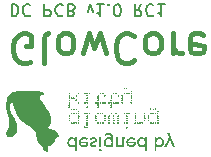
<source format=gbr>
%TF.GenerationSoftware,KiCad,Pcbnew,(6.0.4-0)*%
%TF.CreationDate,2022-07-05T17:42:10+02:00*%
%TF.ProjectId,DC power,44432070-6f77-4657-922e-6b696361645f,rev?*%
%TF.SameCoordinates,Original*%
%TF.FileFunction,Legend,Bot*%
%TF.FilePolarity,Positive*%
%FSLAX46Y46*%
G04 Gerber Fmt 4.6, Leading zero omitted, Abs format (unit mm)*
G04 Created by KiCad (PCBNEW (6.0.4-0)) date 2022-07-05 17:42:10*
%MOMM*%
%LPD*%
G01*
G04 APERTURE LIST*
%ADD10C,0.400000*%
%ADD11C,0.150000*%
G04 APERTURE END LIST*
D10*
X132784761Y-100560000D02*
X132546666Y-100679047D01*
X132189523Y-100679047D01*
X131832380Y-100560000D01*
X131594285Y-100321904D01*
X131475238Y-100083809D01*
X131356190Y-99607619D01*
X131356190Y-99250476D01*
X131475238Y-98774285D01*
X131594285Y-98536190D01*
X131832380Y-98298095D01*
X132189523Y-98179047D01*
X132427619Y-98179047D01*
X132784761Y-98298095D01*
X132903809Y-98417142D01*
X132903809Y-99250476D01*
X132427619Y-99250476D01*
X134332380Y-98179047D02*
X134094285Y-98298095D01*
X133975238Y-98536190D01*
X133975238Y-100679047D01*
X135641904Y-98179047D02*
X135403809Y-98298095D01*
X135284761Y-98417142D01*
X135165714Y-98655238D01*
X135165714Y-99369523D01*
X135284761Y-99607619D01*
X135403809Y-99726666D01*
X135641904Y-99845714D01*
X135999047Y-99845714D01*
X136237142Y-99726666D01*
X136356190Y-99607619D01*
X136475238Y-99369523D01*
X136475238Y-98655238D01*
X136356190Y-98417142D01*
X136237142Y-98298095D01*
X135999047Y-98179047D01*
X135641904Y-98179047D01*
X137308571Y-99845714D02*
X137784761Y-98179047D01*
X138260952Y-99369523D01*
X138737142Y-98179047D01*
X139213333Y-99845714D01*
X141594285Y-98417142D02*
X141475238Y-98298095D01*
X141118095Y-98179047D01*
X140880000Y-98179047D01*
X140522857Y-98298095D01*
X140284761Y-98536190D01*
X140165714Y-98774285D01*
X140046666Y-99250476D01*
X140046666Y-99607619D01*
X140165714Y-100083809D01*
X140284761Y-100321904D01*
X140522857Y-100560000D01*
X140880000Y-100679047D01*
X141118095Y-100679047D01*
X141475238Y-100560000D01*
X141594285Y-100440952D01*
X143022857Y-98179047D02*
X142784761Y-98298095D01*
X142665714Y-98417142D01*
X142546666Y-98655238D01*
X142546666Y-99369523D01*
X142665714Y-99607619D01*
X142784761Y-99726666D01*
X143022857Y-99845714D01*
X143380000Y-99845714D01*
X143618095Y-99726666D01*
X143737142Y-99607619D01*
X143856190Y-99369523D01*
X143856190Y-98655238D01*
X143737142Y-98417142D01*
X143618095Y-98298095D01*
X143380000Y-98179047D01*
X143022857Y-98179047D01*
X144927619Y-98179047D02*
X144927619Y-99845714D01*
X144927619Y-99369523D02*
X145046666Y-99607619D01*
X145165714Y-99726666D01*
X145403809Y-99845714D01*
X145641904Y-99845714D01*
X147427619Y-98298095D02*
X147189523Y-98179047D01*
X146713333Y-98179047D01*
X146475238Y-98298095D01*
X146356190Y-98536190D01*
X146356190Y-99488571D01*
X146475238Y-99726666D01*
X146713333Y-99845714D01*
X147189523Y-99845714D01*
X147427619Y-99726666D01*
X147546666Y-99488571D01*
X147546666Y-99250476D01*
X146356190Y-99012380D01*
D11*
X131245595Y-95717619D02*
X131245595Y-96717619D01*
X131483690Y-96717619D01*
X131626547Y-96670000D01*
X131721785Y-96574761D01*
X131769404Y-96479523D01*
X131817023Y-96289047D01*
X131817023Y-96146190D01*
X131769404Y-95955714D01*
X131721785Y-95860476D01*
X131626547Y-95765238D01*
X131483690Y-95717619D01*
X131245595Y-95717619D01*
X132817023Y-95812857D02*
X132769404Y-95765238D01*
X132626547Y-95717619D01*
X132531309Y-95717619D01*
X132388452Y-95765238D01*
X132293214Y-95860476D01*
X132245595Y-95955714D01*
X132197976Y-96146190D01*
X132197976Y-96289047D01*
X132245595Y-96479523D01*
X132293214Y-96574761D01*
X132388452Y-96670000D01*
X132531309Y-96717619D01*
X132626547Y-96717619D01*
X132769404Y-96670000D01*
X132817023Y-96622380D01*
X134007500Y-95717619D02*
X134007500Y-96717619D01*
X134388452Y-96717619D01*
X134483690Y-96670000D01*
X134531309Y-96622380D01*
X134578928Y-96527142D01*
X134578928Y-96384285D01*
X134531309Y-96289047D01*
X134483690Y-96241428D01*
X134388452Y-96193809D01*
X134007500Y-96193809D01*
X135578928Y-95812857D02*
X135531309Y-95765238D01*
X135388452Y-95717619D01*
X135293214Y-95717619D01*
X135150357Y-95765238D01*
X135055119Y-95860476D01*
X135007500Y-95955714D01*
X134959880Y-96146190D01*
X134959880Y-96289047D01*
X135007500Y-96479523D01*
X135055119Y-96574761D01*
X135150357Y-96670000D01*
X135293214Y-96717619D01*
X135388452Y-96717619D01*
X135531309Y-96670000D01*
X135578928Y-96622380D01*
X136340833Y-96241428D02*
X136483690Y-96193809D01*
X136531309Y-96146190D01*
X136578928Y-96050952D01*
X136578928Y-95908095D01*
X136531309Y-95812857D01*
X136483690Y-95765238D01*
X136388452Y-95717619D01*
X136007500Y-95717619D01*
X136007500Y-96717619D01*
X136340833Y-96717619D01*
X136436071Y-96670000D01*
X136483690Y-96622380D01*
X136531309Y-96527142D01*
X136531309Y-96431904D01*
X136483690Y-96336666D01*
X136436071Y-96289047D01*
X136340833Y-96241428D01*
X136007500Y-96241428D01*
X137674166Y-96384285D02*
X137912261Y-95717619D01*
X138150357Y-96384285D01*
X139055119Y-95717619D02*
X138483690Y-95717619D01*
X138769404Y-95717619D02*
X138769404Y-96717619D01*
X138674166Y-96574761D01*
X138578928Y-96479523D01*
X138483690Y-96431904D01*
X139483690Y-95812857D02*
X139531309Y-95765238D01*
X139483690Y-95717619D01*
X139436071Y-95765238D01*
X139483690Y-95812857D01*
X139483690Y-95717619D01*
X140150357Y-96717619D02*
X140245595Y-96717619D01*
X140340833Y-96670000D01*
X140388452Y-96622380D01*
X140436071Y-96527142D01*
X140483690Y-96336666D01*
X140483690Y-96098571D01*
X140436071Y-95908095D01*
X140388452Y-95812857D01*
X140340833Y-95765238D01*
X140245595Y-95717619D01*
X140150357Y-95717619D01*
X140055119Y-95765238D01*
X140007500Y-95812857D01*
X139959880Y-95908095D01*
X139912261Y-96098571D01*
X139912261Y-96336666D01*
X139959880Y-96527142D01*
X140007500Y-96622380D01*
X140055119Y-96670000D01*
X140150357Y-96717619D01*
X142245595Y-95717619D02*
X141912261Y-96193809D01*
X141674166Y-95717619D02*
X141674166Y-96717619D01*
X142055119Y-96717619D01*
X142150357Y-96670000D01*
X142197976Y-96622380D01*
X142245595Y-96527142D01*
X142245595Y-96384285D01*
X142197976Y-96289047D01*
X142150357Y-96241428D01*
X142055119Y-96193809D01*
X141674166Y-96193809D01*
X143245595Y-95812857D02*
X143197976Y-95765238D01*
X143055119Y-95717619D01*
X142959880Y-95717619D01*
X142817023Y-95765238D01*
X142721785Y-95860476D01*
X142674166Y-95955714D01*
X142626547Y-96146190D01*
X142626547Y-96289047D01*
X142674166Y-96479523D01*
X142721785Y-96574761D01*
X142817023Y-96670000D01*
X142959880Y-96717619D01*
X143055119Y-96717619D01*
X143197976Y-96670000D01*
X143245595Y-96622380D01*
X144197976Y-95717619D02*
X143626547Y-95717619D01*
X143912261Y-95717619D02*
X143912261Y-96717619D01*
X143817023Y-96574761D01*
X143721785Y-96479523D01*
X143626547Y-96431904D01*
%TO.C,designedby*%
G36*
X136172039Y-103964054D02*
G01*
X136207906Y-103995235D01*
X136222538Y-104045063D01*
X136210952Y-104089702D01*
X136172787Y-104121394D01*
X136117280Y-104123356D01*
X136074056Y-104097951D01*
X136054341Y-104051278D01*
X136066793Y-103995743D01*
X136084769Y-103972885D01*
X136126979Y-103955332D01*
X136172039Y-103964054D01*
G37*
G36*
X137472435Y-103204104D02*
G01*
X137505384Y-103219773D01*
X137513899Y-103257089D01*
X137513532Y-103268062D01*
X137500438Y-103299460D01*
X137460386Y-103311791D01*
X137417265Y-103306677D01*
X137390637Y-103276430D01*
X137395197Y-103226660D01*
X137412234Y-103207932D01*
X137460386Y-103202386D01*
X137472435Y-103204104D01*
G37*
G36*
X136192022Y-105307176D02*
G01*
X136217915Y-105352597D01*
X136211150Y-105394494D01*
X136177196Y-105423067D01*
X136121657Y-105428648D01*
X136107174Y-105424603D01*
X136076715Y-105394734D01*
X136068788Y-105349816D01*
X136087492Y-105304720D01*
X136103608Y-105289229D01*
X136145997Y-105279062D01*
X136192022Y-105307176D01*
G37*
G36*
X138811047Y-105675564D02*
G01*
X138830485Y-105695357D01*
X138834388Y-105740599D01*
X138832344Y-105767404D01*
X138812490Y-105816769D01*
X138776945Y-105838896D01*
X138732438Y-105828018D01*
X138707998Y-105802165D01*
X138690387Y-105748453D01*
X138696786Y-105691516D01*
X138717241Y-105672513D01*
X138771143Y-105668654D01*
X138811047Y-105675564D01*
G37*
G36*
X138404981Y-103960341D02*
G01*
X138440905Y-103987837D01*
X138455718Y-104033547D01*
X138443372Y-104088084D01*
X138406516Y-104121586D01*
X138351486Y-104123613D01*
X138315893Y-104105332D01*
X138293694Y-104060906D01*
X138302639Y-103999140D01*
X138320890Y-103971477D01*
X138360719Y-103953931D01*
X138404981Y-103960341D01*
G37*
G36*
X143666041Y-105671726D02*
G01*
X143703469Y-105701722D01*
X143719072Y-105744949D01*
X143709691Y-105789335D01*
X143672165Y-105822806D01*
X143622265Y-105831748D01*
X143577229Y-105814587D01*
X143548126Y-105778783D01*
X143542222Y-105733610D01*
X143566788Y-105688343D01*
X143586308Y-105675556D01*
X143630871Y-105665040D01*
X143666041Y-105671726D01*
G37*
G36*
X142374464Y-105688343D02*
G01*
X142393977Y-105725344D01*
X142393605Y-105777814D01*
X142368891Y-105820182D01*
X142327766Y-105838164D01*
X142283626Y-105828991D01*
X142249167Y-105797478D01*
X142233091Y-105751952D01*
X142244096Y-105700738D01*
X142246156Y-105697230D01*
X142282494Y-105670800D01*
X142331405Y-105667254D01*
X142374464Y-105688343D01*
G37*
G36*
X141035980Y-106058314D02*
G01*
X141081034Y-106087506D01*
X141096697Y-106140804D01*
X141090896Y-106175839D01*
X141057081Y-106214734D01*
X140995302Y-106228190D01*
X140970553Y-106224984D01*
X140927332Y-106197093D01*
X140908556Y-106149865D01*
X140920611Y-106094713D01*
X140942705Y-106069119D01*
X140996401Y-106053419D01*
X141035980Y-106058314D01*
G37*
G36*
X139006036Y-105674552D02*
G01*
X139036015Y-105708008D01*
X139045735Y-105755656D01*
X139031134Y-105805006D01*
X138987167Y-105832482D01*
X138963146Y-105835219D01*
X138916892Y-105819258D01*
X138887684Y-105781790D01*
X138881980Y-105734317D01*
X138906238Y-105688343D01*
X138914117Y-105681471D01*
X138959948Y-105664879D01*
X139006036Y-105674552D01*
G37*
G36*
X136966246Y-105675564D02*
G01*
X136985684Y-105695357D01*
X136989587Y-105740599D01*
X136987543Y-105767404D01*
X136967688Y-105816769D01*
X136932144Y-105838896D01*
X136887637Y-105828018D01*
X136863197Y-105802165D01*
X136845586Y-105748453D01*
X136851985Y-105691516D01*
X136872439Y-105672513D01*
X136926342Y-105668654D01*
X136966246Y-105675564D01*
G37*
G36*
X136573356Y-103587894D02*
G01*
X136598524Y-103608682D01*
X136610684Y-103647505D01*
X136596594Y-103686034D01*
X136561348Y-103713661D01*
X136510036Y-103719780D01*
X136495553Y-103715734D01*
X136465095Y-103685866D01*
X136457167Y-103640948D01*
X136475871Y-103595852D01*
X136492980Y-103578716D01*
X136525984Y-103569546D01*
X136573356Y-103587894D01*
G37*
G36*
X143074960Y-104904634D02*
G01*
X143104448Y-104938330D01*
X143109773Y-104977379D01*
X143088182Y-105011547D01*
X143041133Y-105020410D01*
X143023295Y-105016424D01*
X142989352Y-104990079D01*
X142983328Y-104951910D01*
X143009240Y-104915172D01*
X143031853Y-104903180D01*
X143074960Y-104904634D01*
G37*
G36*
X138281592Y-106965159D02*
G01*
X138364135Y-107003385D01*
X138427349Y-107060141D01*
X138466402Y-107131746D01*
X138476466Y-107214523D01*
X138452709Y-107304791D01*
X138429246Y-107334030D01*
X138378540Y-107373769D01*
X138315388Y-107411800D01*
X138252932Y-107440353D01*
X138204314Y-107451657D01*
X138159009Y-107461844D01*
X138105878Y-107493075D01*
X138064556Y-107535240D01*
X138047920Y-107577938D01*
X138050701Y-107598731D01*
X138078387Y-107637511D01*
X138128803Y-107658072D01*
X138193336Y-107659653D01*
X138263372Y-107641494D01*
X138330295Y-107602837D01*
X138383583Y-107560921D01*
X138431722Y-107616885D01*
X138479861Y-107672850D01*
X138424097Y-107717726D01*
X138415666Y-107724313D01*
X138326221Y-107774384D01*
X138230901Y-107798035D01*
X138135901Y-107797584D01*
X138047412Y-107775351D01*
X137971629Y-107733654D01*
X137914744Y-107674810D01*
X137882950Y-107601138D01*
X137882439Y-107514957D01*
X137890262Y-107484310D01*
X137917577Y-107433299D01*
X137965780Y-107389603D01*
X138040677Y-107348652D01*
X138148075Y-107305876D01*
X138191496Y-107289991D01*
X138254351Y-107264522D01*
X138291175Y-107243490D01*
X138309311Y-107222070D01*
X138316103Y-107195433D01*
X138312905Y-107157987D01*
X138283416Y-107116751D01*
X138231678Y-107092968D01*
X138165772Y-107088135D01*
X138093778Y-107103747D01*
X138023778Y-107141302D01*
X137969223Y-107181636D01*
X137909671Y-107139232D01*
X137850119Y-107096827D01*
X137897234Y-107049713D01*
X137903804Y-107043535D01*
X137958100Y-107005361D01*
X138020408Y-106975497D01*
X138077837Y-106959012D01*
X138184549Y-106949142D01*
X138281592Y-106965159D01*
G37*
G36*
X136581896Y-104538914D02*
G01*
X136584010Y-104542780D01*
X136586297Y-104582527D01*
X136565617Y-104619521D01*
X136531323Y-104635835D01*
X136503010Y-104628281D01*
X136478844Y-104595559D01*
X136482007Y-104548450D01*
X136483376Y-104545396D01*
X136511860Y-104523863D01*
X136551861Y-104521018D01*
X136581896Y-104538914D01*
G37*
G36*
X137666625Y-104912973D02*
G01*
X137699573Y-104928642D01*
X137708088Y-104965957D01*
X137707722Y-104976930D01*
X137694628Y-105008328D01*
X137654576Y-105020660D01*
X137611455Y-105015545D01*
X137584827Y-104985299D01*
X137589386Y-104935528D01*
X137606424Y-104916800D01*
X137654576Y-104911255D01*
X137666625Y-104912973D01*
G37*
G36*
X143655234Y-105281369D02*
G01*
X143688235Y-105311882D01*
X143695538Y-105366153D01*
X143691287Y-105391213D01*
X143673301Y-105416503D01*
X143630871Y-105422303D01*
X143604718Y-105420963D01*
X143576817Y-105406410D01*
X143566204Y-105366153D01*
X143568417Y-105323910D01*
X143585623Y-105293629D01*
X143598193Y-105286792D01*
X143630871Y-105277255D01*
X143655234Y-105281369D01*
G37*
G36*
X138608696Y-104349130D02*
G01*
X138653515Y-104378472D01*
X138669327Y-104431936D01*
X138664238Y-104464754D01*
X138631636Y-104505091D01*
X138572232Y-104519321D01*
X138535767Y-104514742D01*
X138490949Y-104485399D01*
X138475137Y-104431936D01*
X138478984Y-104405712D01*
X138498440Y-104367853D01*
X138524876Y-104353028D01*
X138572232Y-104344551D01*
X138608696Y-104349130D01*
G37*
G36*
X138602980Y-104909485D02*
G01*
X138625677Y-104924694D01*
X138630489Y-104965957D01*
X138628704Y-104996705D01*
X138613495Y-105019402D01*
X138572232Y-105024214D01*
X138541484Y-105022429D01*
X138518787Y-105007221D01*
X138513975Y-104965957D01*
X138515760Y-104935210D01*
X138530969Y-104912512D01*
X138572232Y-104907700D01*
X138602980Y-104909485D01*
G37*
G36*
X141229540Y-102828270D02*
G01*
X141248556Y-102863942D01*
X141247115Y-102892125D01*
X141222776Y-102919999D01*
X141213215Y-102922539D01*
X141174940Y-102913208D01*
X141148532Y-102881899D01*
X141147002Y-102842002D01*
X141161577Y-102822033D01*
X141195443Y-102813198D01*
X141229540Y-102828270D01*
G37*
G36*
X138828004Y-107988615D02*
G01*
X138846169Y-108009782D01*
X138862442Y-108062593D01*
X138849933Y-108114613D01*
X138813177Y-108154293D01*
X138756712Y-108170086D01*
X138732074Y-108167234D01*
X138683173Y-108139772D01*
X138654984Y-108092706D01*
X138652428Y-108037844D01*
X138680423Y-107986993D01*
X138714693Y-107964536D01*
X138772512Y-107959956D01*
X138828004Y-107988615D01*
G37*
G36*
X137706701Y-105501366D02*
G01*
X137732021Y-105540328D01*
X137729887Y-105582859D01*
X137696961Y-105614072D01*
X137637547Y-105626202D01*
X137627459Y-105625696D01*
X137584327Y-105606084D01*
X137567527Y-105564622D01*
X137581472Y-105510422D01*
X137612476Y-105479243D01*
X137659156Y-105473981D01*
X137706701Y-105501366D01*
G37*
G36*
X139174774Y-103388723D02*
G01*
X139215715Y-103411407D01*
X139232477Y-103449584D01*
X139221767Y-103487763D01*
X139185437Y-103518038D01*
X139136314Y-103519541D01*
X139133698Y-103518622D01*
X139105427Y-103491797D01*
X139095007Y-103450483D01*
X139103139Y-103410616D01*
X139130527Y-103388131D01*
X139174774Y-103388723D01*
G37*
G36*
X136952368Y-104909485D02*
G01*
X136975065Y-104924694D01*
X136979877Y-104965957D01*
X136978092Y-104996705D01*
X136962884Y-105019402D01*
X136921620Y-105024214D01*
X136890873Y-105022429D01*
X136868175Y-105007221D01*
X136863363Y-104965957D01*
X136865148Y-104935210D01*
X136880357Y-104912512D01*
X136921620Y-104907700D01*
X136952368Y-104909485D01*
G37*
G36*
X140113096Y-103211837D02*
G01*
X140140130Y-103242572D01*
X140140252Y-103280948D01*
X140110191Y-103313279D01*
X140090488Y-103320705D01*
X140047260Y-103315729D01*
X140019352Y-103285750D01*
X140018232Y-103239916D01*
X140019030Y-103237476D01*
X140040917Y-103206741D01*
X140083723Y-103202558D01*
X140113096Y-103211837D01*
G37*
G36*
X136344016Y-104912492D02*
G01*
X136378499Y-104927889D01*
X136387599Y-104965957D01*
X136387456Y-104972970D01*
X136375500Y-105007232D01*
X136336677Y-105020410D01*
X136296059Y-105015300D01*
X136269853Y-104985019D01*
X136274175Y-104935778D01*
X136290652Y-104917569D01*
X136336677Y-104911505D01*
X136344016Y-104912492D01*
G37*
G36*
X141900513Y-107224790D02*
G01*
X141924524Y-107169723D01*
X141983294Y-107084401D01*
X142057264Y-107013915D01*
X142135611Y-106969996D01*
X142195890Y-106955212D01*
X142305720Y-106954229D01*
X142411020Y-106982562D01*
X142499006Y-107037827D01*
X142518592Y-107054178D01*
X142531355Y-107052823D01*
X142533700Y-107017667D01*
X142533759Y-107010756D01*
X142539233Y-106981081D01*
X142561435Y-106968635D01*
X142611376Y-106966110D01*
X142689051Y-106966110D01*
X142689051Y-108111829D01*
X142533700Y-108111829D01*
X142533700Y-107907930D01*
X142533146Y-107842689D01*
X142530964Y-107771005D01*
X142527513Y-107722111D01*
X142523204Y-107704031D01*
X142522102Y-107704176D01*
X142498356Y-107716703D01*
X142459646Y-107743261D01*
X142398723Y-107773065D01*
X142312441Y-107792542D01*
X142221140Y-107796780D01*
X142141524Y-107783658D01*
X142117101Y-107773772D01*
X142041978Y-107725302D01*
X141971393Y-107657141D01*
X141918973Y-107581658D01*
X141902975Y-107544075D01*
X141880969Y-107441657D01*
X141880465Y-107390745D01*
X142050558Y-107390745D01*
X142065766Y-107480681D01*
X142102213Y-107559703D01*
X142159949Y-107618082D01*
X142170599Y-107624424D01*
X142245424Y-107648158D01*
X142329482Y-107649934D01*
X142402783Y-107628867D01*
X142436970Y-107603330D01*
X142485930Y-107538932D01*
X142520563Y-107458243D01*
X142533700Y-107375155D01*
X142528708Y-107316814D01*
X142493076Y-107219898D01*
X142424665Y-107142595D01*
X142398342Y-107126301D01*
X142322911Y-107105239D01*
X142238798Y-107106645D01*
X142162438Y-107131231D01*
X142131870Y-107152728D01*
X142083660Y-107217040D01*
X142056540Y-107299622D01*
X142050558Y-107390745D01*
X141880465Y-107390745D01*
X141879861Y-107329680D01*
X141900513Y-107224790D01*
G37*
G36*
X136952368Y-103200617D02*
G01*
X136975065Y-103215825D01*
X136979877Y-103257089D01*
X136978092Y-103287837D01*
X136962884Y-103310534D01*
X136921620Y-103315346D01*
X136890873Y-103313561D01*
X136868175Y-103298352D01*
X136863363Y-103257089D01*
X136865148Y-103226341D01*
X136880357Y-103203644D01*
X136921620Y-103198832D01*
X136952368Y-103200617D01*
G37*
G36*
X139899805Y-103204104D02*
G01*
X139932754Y-103219773D01*
X139941269Y-103257089D01*
X139940902Y-103268062D01*
X139927808Y-103299460D01*
X139887756Y-103311791D01*
X139844635Y-103306677D01*
X139818007Y-103276430D01*
X139822567Y-103226660D01*
X139839604Y-103207932D01*
X139887756Y-103202386D01*
X139899805Y-103204104D01*
G37*
G36*
X141039641Y-103205837D02*
G01*
X141067774Y-103237638D01*
X141064881Y-103286217D01*
X141047144Y-103304632D01*
X141006624Y-103315346D01*
X140973607Y-103308340D01*
X140945475Y-103276539D01*
X140948367Y-103227960D01*
X140966105Y-103209546D01*
X141006624Y-103198832D01*
X141039641Y-103205837D01*
G37*
G36*
X141427744Y-103011908D02*
G01*
X141454205Y-103036232D01*
X141455332Y-103071710D01*
X141429800Y-103106633D01*
X141384994Y-103121156D01*
X141357170Y-103113482D01*
X141333545Y-103080640D01*
X141336747Y-103033771D01*
X141349138Y-103017972D01*
X141386440Y-103005690D01*
X141427744Y-103011908D01*
G37*
G36*
X141230159Y-103195765D02*
G01*
X141259647Y-103229462D01*
X141264972Y-103268511D01*
X141243381Y-103302678D01*
X141196332Y-103311541D01*
X141178494Y-103307555D01*
X141144551Y-103281210D01*
X141138527Y-103243041D01*
X141164439Y-103206304D01*
X141187051Y-103194312D01*
X141230159Y-103195765D01*
G37*
G36*
X139713185Y-103572500D02*
G01*
X139746186Y-103603014D01*
X139753489Y-103657285D01*
X139749238Y-103682344D01*
X139731252Y-103707635D01*
X139688822Y-103713434D01*
X139662669Y-103712095D01*
X139634768Y-103697542D01*
X139624155Y-103657285D01*
X139626368Y-103615042D01*
X139643574Y-103584761D01*
X139656144Y-103577924D01*
X139688822Y-103568387D01*
X139713185Y-103572500D01*
G37*
G36*
X137701649Y-103409850D02*
G01*
X137717798Y-103449584D01*
X137707088Y-103487763D01*
X137670758Y-103518038D01*
X137621635Y-103519541D01*
X137602763Y-103508719D01*
X137583385Y-103472107D01*
X137587297Y-103428842D01*
X137615347Y-103395633D01*
X137618412Y-103394020D01*
X137663414Y-103388640D01*
X137701649Y-103409850D01*
G37*
G36*
X141430192Y-103964332D02*
G01*
X141466050Y-103995743D01*
X141474408Y-104015384D01*
X141475814Y-104067946D01*
X141449858Y-104107224D01*
X141405045Y-104124715D01*
X141349877Y-104111916D01*
X141347668Y-104110674D01*
X141317485Y-104073659D01*
X141312060Y-104023913D01*
X141333608Y-103979474D01*
X141335503Y-103977650D01*
X141380664Y-103957562D01*
X141430192Y-103964332D01*
G37*
G36*
X136393425Y-105688343D02*
G01*
X136412937Y-105725344D01*
X136412565Y-105777814D01*
X136387851Y-105820182D01*
X136346727Y-105838164D01*
X136302586Y-105828991D01*
X136268127Y-105797478D01*
X136252051Y-105751952D01*
X136263056Y-105700738D01*
X136265116Y-105697230D01*
X136301454Y-105670800D01*
X136350366Y-105667254D01*
X136393425Y-105688343D01*
G37*
G36*
X144534670Y-106599248D02*
G01*
X144579610Y-106607474D01*
X144606568Y-106621424D01*
X144620219Y-106645683D01*
X144643249Y-106697359D01*
X144668657Y-106762211D01*
X144676795Y-106783790D01*
X144702966Y-106850790D01*
X144739855Y-106943386D01*
X144784699Y-107054698D01*
X144834729Y-107177844D01*
X144887183Y-107305942D01*
X144919074Y-107383530D01*
X144966209Y-107498285D01*
X145007275Y-107598363D01*
X145040094Y-107678454D01*
X145062490Y-107733247D01*
X145072286Y-107757433D01*
X145071373Y-107768452D01*
X145045040Y-107778595D01*
X144984684Y-107781707D01*
X144887629Y-107781707D01*
X144804764Y-107553534D01*
X144771826Y-107463296D01*
X144737399Y-107369881D01*
X144708044Y-107291129D01*
X144687812Y-107237976D01*
X144653725Y-107150590D01*
X144614474Y-107237976D01*
X144593344Y-107285794D01*
X144560147Y-107362050D01*
X144520762Y-107453277D01*
X144479867Y-107548679D01*
X144384510Y-107771997D01*
X144285618Y-107777825D01*
X144186726Y-107783652D01*
X144377263Y-107357259D01*
X144567801Y-106930866D01*
X144502279Y-106780186D01*
X144491343Y-106754809D01*
X144463467Y-106687765D01*
X144444048Y-106637486D01*
X144436758Y-106613328D01*
X144448940Y-106602736D01*
X144486272Y-106597438D01*
X144534670Y-106599248D01*
G37*
G36*
X136185059Y-105484020D02*
G01*
X136213352Y-105522117D01*
X136214330Y-105578583D01*
X136206391Y-105602513D01*
X136184448Y-105621887D01*
X136139341Y-105622528D01*
X136110586Y-105618224D01*
X136081489Y-105600661D01*
X136070486Y-105560343D01*
X136072698Y-105518100D01*
X136089905Y-105487819D01*
X136139086Y-105471318D01*
X136185059Y-105484020D01*
G37*
G36*
X140328261Y-105307176D02*
G01*
X140354154Y-105352597D01*
X140347388Y-105394494D01*
X140313435Y-105423067D01*
X140257896Y-105428648D01*
X140243412Y-105424603D01*
X140212954Y-105394734D01*
X140205027Y-105349816D01*
X140223731Y-105304720D01*
X140239846Y-105289229D01*
X140282236Y-105279062D01*
X140328261Y-105307176D01*
G37*
G36*
X138627189Y-103973140D02*
G01*
X138642257Y-103993575D01*
X138646468Y-104037874D01*
X138633641Y-104085402D01*
X138606215Y-104119175D01*
X138582930Y-104128351D01*
X138542070Y-104120424D01*
X138510324Y-104087652D01*
X138494679Y-104039113D01*
X138502120Y-103983888D01*
X138504699Y-103978916D01*
X138535579Y-103960427D01*
X138582163Y-103958008D01*
X138627189Y-103973140D01*
G37*
G36*
X137860814Y-104912973D02*
G01*
X137893763Y-104928642D01*
X137902278Y-104965957D01*
X137901912Y-104976930D01*
X137888818Y-105008328D01*
X137848765Y-105020660D01*
X137805645Y-105015545D01*
X137779016Y-104985299D01*
X137783576Y-104935528D01*
X137800613Y-104916800D01*
X137848765Y-104911255D01*
X137860814Y-104912973D01*
G37*
G36*
X139715046Y-104154208D02*
G01*
X139752905Y-104173664D01*
X139765691Y-104193183D01*
X139776207Y-104237746D01*
X139772655Y-104264954D01*
X139742807Y-104308833D01*
X139688822Y-104325132D01*
X139687732Y-104325125D01*
X139637862Y-104308702D01*
X139607102Y-104269386D01*
X139600909Y-104220074D01*
X139624740Y-104173664D01*
X139644259Y-104160877D01*
X139688822Y-104150361D01*
X139715046Y-104154208D01*
G37*
G36*
X142901773Y-105304720D02*
G01*
X142911236Y-105318885D01*
X142920588Y-105365576D01*
X142904679Y-105407121D01*
X142867608Y-105428648D01*
X142812203Y-105423122D01*
X142778178Y-105394602D01*
X142771324Y-105352730D01*
X142797243Y-105307176D01*
X142816691Y-105290849D01*
X142861425Y-105278636D01*
X142901773Y-105304720D01*
G37*
G36*
X137677039Y-105862782D02*
G01*
X137720918Y-105892630D01*
X137737217Y-105946615D01*
X137733664Y-105973822D01*
X137703816Y-106017701D01*
X137649831Y-106034000D01*
X137648741Y-106033994D01*
X137598871Y-106017570D01*
X137568111Y-105978254D01*
X137561918Y-105928942D01*
X137585749Y-105882532D01*
X137605268Y-105869746D01*
X137649831Y-105859229D01*
X137677039Y-105862782D01*
G37*
G36*
X136172402Y-103385390D02*
G01*
X136194593Y-103408924D01*
X136203134Y-103452114D01*
X136195341Y-103496100D01*
X136171351Y-103522945D01*
X136141363Y-103527593D01*
X136101794Y-103511361D01*
X136076779Y-103476819D01*
X136073195Y-103435556D01*
X136097914Y-103399160D01*
X136125580Y-103379619D01*
X136144253Y-103375580D01*
X136172402Y-103385390D01*
G37*
G36*
X137674195Y-103572500D02*
G01*
X137707195Y-103603014D01*
X137714498Y-103657285D01*
X137710248Y-103682344D01*
X137692261Y-103707635D01*
X137649831Y-103713434D01*
X137623678Y-103712095D01*
X137595777Y-103697542D01*
X137585165Y-103657285D01*
X137587377Y-103615042D01*
X137604584Y-103584761D01*
X137617153Y-103577924D01*
X137649831Y-103568387D01*
X137674195Y-103572500D01*
G37*
G36*
X139741627Y-103413607D02*
G01*
X139756788Y-103460363D01*
X139750523Y-103490960D01*
X139717019Y-103519541D01*
X139682902Y-103522382D01*
X139645125Y-103503382D01*
X139623863Y-103468198D01*
X139624980Y-103428418D01*
X139654337Y-103395633D01*
X139658444Y-103393495D01*
X139704611Y-103388642D01*
X139741627Y-103413607D01*
G37*
G36*
X137675791Y-104350152D02*
G01*
X137711556Y-104358757D01*
X137725278Y-104381984D01*
X137727507Y-104431936D01*
X137727507Y-104509612D01*
X137649831Y-104509612D01*
X137640911Y-104509581D01*
X137594856Y-104505780D01*
X137573848Y-104490071D01*
X137565853Y-104454569D01*
X137564454Y-104410886D01*
X137570551Y-104370857D01*
X137571189Y-104369318D01*
X137597503Y-104350224D01*
X137654530Y-104348224D01*
X137675791Y-104350152D01*
G37*
G36*
X140308641Y-103385390D02*
G01*
X140330831Y-103408924D01*
X140339372Y-103452114D01*
X140331579Y-103496100D01*
X140307589Y-103522945D01*
X140277602Y-103527593D01*
X140238032Y-103511361D01*
X140213018Y-103476819D01*
X140209433Y-103435556D01*
X140234153Y-103399160D01*
X140261818Y-103379619D01*
X140280491Y-103375580D01*
X140308641Y-103385390D01*
G37*
G36*
X139043843Y-107270561D02*
G01*
X139058661Y-107220767D01*
X139086628Y-107164123D01*
X139137273Y-107086259D01*
X139212072Y-107016205D01*
X139308195Y-106969457D01*
X139339150Y-106960153D01*
X139454743Y-106949356D01*
X139564909Y-106976114D01*
X139664548Y-107039428D01*
X139675374Y-107048492D01*
X139690911Y-107054471D01*
X139697294Y-107034903D01*
X139698532Y-106983150D01*
X139685852Y-106895554D01*
X139643768Y-106826809D01*
X139570394Y-106779579D01*
X139485436Y-106756161D01*
X139395620Y-106759170D01*
X139290552Y-106789622D01*
X139192860Y-106826742D01*
X139164121Y-106771167D01*
X139162912Y-106768821D01*
X139143427Y-106728076D01*
X139135382Y-106705602D01*
X139144478Y-106692878D01*
X139183439Y-106670343D01*
X139244887Y-106645920D01*
X139319862Y-106623593D01*
X139412048Y-106609721D01*
X139526906Y-106614835D01*
X139635396Y-106641575D01*
X139727521Y-106687286D01*
X139793287Y-106749314D01*
X139794838Y-106751511D01*
X139819732Y-106792984D01*
X139838907Y-106841107D01*
X139853055Y-106901240D01*
X139862867Y-106978742D01*
X139869033Y-107078972D01*
X139872245Y-107207289D01*
X139873194Y-107369054D01*
X139873302Y-107781707D01*
X139785917Y-107781707D01*
X139781056Y-107781698D01*
X139728660Y-107778702D01*
X139704426Y-107767376D01*
X139698532Y-107743415D01*
X139697227Y-107724952D01*
X139687421Y-107717131D01*
X139660597Y-107726217D01*
X139608254Y-107753124D01*
X139517602Y-107787776D01*
X139402744Y-107797843D01*
X139291204Y-107773475D01*
X139190104Y-107716443D01*
X139106569Y-107628514D01*
X139084223Y-107594494D01*
X139060904Y-107544653D01*
X139048076Y-107485920D01*
X139041412Y-107403344D01*
X139040737Y-107380432D01*
X139201407Y-107380432D01*
X139217412Y-107471477D01*
X139260300Y-107548318D01*
X139324263Y-107606042D01*
X139403491Y-107639734D01*
X139492175Y-107644477D01*
X139584508Y-107615358D01*
X139624784Y-107583307D01*
X139670596Y-107520285D01*
X139704104Y-107445502D01*
X139717098Y-107373908D01*
X139712894Y-107332769D01*
X139684414Y-107251971D01*
X139636197Y-107181098D01*
X139576692Y-107134553D01*
X139537971Y-107119355D01*
X139448611Y-107104184D01*
X139368409Y-107115708D01*
X139350137Y-107124170D01*
X139293151Y-107169401D01*
X139242996Y-107232912D01*
X139211999Y-107300162D01*
X139201407Y-107380432D01*
X139040737Y-107380432D01*
X139039224Y-107329101D01*
X139043843Y-107270561D01*
G37*
G36*
X141452727Y-103219941D02*
G01*
X141461981Y-103263257D01*
X141460322Y-103272164D01*
X141442018Y-103298510D01*
X141397957Y-103305636D01*
X141370698Y-103301982D01*
X141336793Y-103278396D01*
X141331579Y-103242534D01*
X141359424Y-103205723D01*
X141376280Y-103196484D01*
X141419676Y-103195167D01*
X141452727Y-103219941D01*
G37*
G36*
X138797169Y-103200617D02*
G01*
X138819867Y-103215825D01*
X138824678Y-103257089D01*
X138822894Y-103287837D01*
X138807685Y-103310534D01*
X138766421Y-103315346D01*
X138735674Y-103313561D01*
X138712976Y-103298352D01*
X138708165Y-103257089D01*
X138709949Y-103226341D01*
X138725158Y-103203644D01*
X138766421Y-103198832D01*
X138797169Y-103200617D01*
G37*
G36*
X139551502Y-105501366D02*
G01*
X139576822Y-105540328D01*
X139574688Y-105582859D01*
X139541762Y-105614072D01*
X139482348Y-105626202D01*
X139472260Y-105625696D01*
X139429128Y-105606084D01*
X139412328Y-105564622D01*
X139426274Y-105510422D01*
X139457277Y-105479243D01*
X139503958Y-105473981D01*
X139551502Y-105501366D01*
G37*
G36*
X139726063Y-103772224D02*
G01*
X139760060Y-103809954D01*
X139772012Y-103853614D01*
X139757266Y-103887630D01*
X139754889Y-103890390D01*
X139712442Y-103916226D01*
X139667496Y-103913620D01*
X139630371Y-103889139D01*
X139611384Y-103849350D01*
X139620856Y-103800820D01*
X139637371Y-103779784D01*
X139680322Y-103761849D01*
X139726063Y-103772224D01*
G37*
G36*
X141033703Y-105476730D02*
G01*
X141065383Y-105508729D01*
X141073978Y-105560343D01*
X141066857Y-105594472D01*
X141046073Y-105612609D01*
X140999602Y-105616492D01*
X140966953Y-105614960D01*
X140936711Y-105602616D01*
X140925290Y-105571731D01*
X140926083Y-105539753D01*
X140942232Y-105498910D01*
X140947383Y-105493167D01*
X140990511Y-105469744D01*
X141033703Y-105476730D01*
G37*
G36*
X136966246Y-103966696D02*
G01*
X136985684Y-103986488D01*
X136989587Y-104031731D01*
X136987543Y-104058536D01*
X136967688Y-104107900D01*
X136932144Y-104130028D01*
X136887637Y-104119150D01*
X136863197Y-104093297D01*
X136845586Y-104039585D01*
X136851985Y-103982647D01*
X136872439Y-103963644D01*
X136926342Y-103959786D01*
X136966246Y-103966696D01*
G37*
G36*
X138797169Y-104909485D02*
G01*
X138819867Y-104924694D01*
X138824678Y-104965957D01*
X138822894Y-104996705D01*
X138807685Y-105019402D01*
X138766421Y-105024214D01*
X138735674Y-105022429D01*
X138712976Y-105007221D01*
X138708165Y-104965957D01*
X138709949Y-104935210D01*
X138725158Y-104912512D01*
X138766421Y-104907700D01*
X138797169Y-104909485D01*
G37*
G36*
X141744606Y-104912973D02*
G01*
X141777555Y-104928642D01*
X141786070Y-104965957D01*
X141785704Y-104976930D01*
X141772610Y-105008328D01*
X141732557Y-105020660D01*
X141689437Y-105015545D01*
X141662808Y-104985299D01*
X141667368Y-104935528D01*
X141684405Y-104916800D01*
X141732557Y-104911255D01*
X141744606Y-104912973D01*
G37*
G36*
X136192022Y-103598308D02*
G01*
X136217915Y-103643728D01*
X136211150Y-103685625D01*
X136177196Y-103714199D01*
X136121657Y-103719780D01*
X136107174Y-103715734D01*
X136076715Y-103685866D01*
X136068788Y-103640948D01*
X136087492Y-103595852D01*
X136103608Y-103580361D01*
X136145997Y-103570194D01*
X136192022Y-103598308D01*
G37*
G36*
X143297528Y-104928809D02*
G01*
X143306782Y-104972126D01*
X143305124Y-104981032D01*
X143286820Y-105007378D01*
X143242758Y-105014505D01*
X143215499Y-105010851D01*
X143181595Y-104987264D01*
X143176380Y-104951403D01*
X143204225Y-104914591D01*
X143221081Y-104905353D01*
X143264478Y-104904036D01*
X143297528Y-104928809D01*
G37*
G36*
X143459925Y-104534291D02*
G01*
X143480700Y-104566546D01*
X143479967Y-104603580D01*
X143454654Y-104629367D01*
X143442063Y-104631867D01*
X143407107Y-104618339D01*
X143383182Y-104584953D01*
X143382230Y-104545535D01*
X143396877Y-104529851D01*
X143434298Y-104523149D01*
X143459925Y-104534291D01*
G37*
G36*
X139714782Y-104350152D02*
G01*
X139750547Y-104358757D01*
X139764268Y-104381984D01*
X139766498Y-104431936D01*
X139766498Y-104509612D01*
X139688822Y-104509612D01*
X139679902Y-104509581D01*
X139633847Y-104505780D01*
X139612839Y-104490071D01*
X139604843Y-104454569D01*
X139603445Y-104410886D01*
X139609542Y-104370857D01*
X139610180Y-104369318D01*
X139636493Y-104350224D01*
X139693521Y-104348224D01*
X139714782Y-104350152D01*
G37*
G36*
X141230159Y-104904634D02*
G01*
X141259647Y-104938330D01*
X141264972Y-104977379D01*
X141243381Y-105011547D01*
X141196332Y-105020410D01*
X141178494Y-105016424D01*
X141144551Y-104990079D01*
X141138527Y-104951910D01*
X141164439Y-104915172D01*
X141187051Y-104903180D01*
X141230159Y-104904634D01*
G37*
G36*
X140838744Y-102826695D02*
G01*
X140860437Y-102856208D01*
X140859658Y-102890022D01*
X140834420Y-102918444D01*
X140787948Y-102917877D01*
X140760232Y-102898182D01*
X140746667Y-102859551D01*
X140760921Y-102822580D01*
X140764467Y-102819531D01*
X140800150Y-102812238D01*
X140838744Y-102826695D01*
G37*
G36*
X139546450Y-105118719D02*
G01*
X139562599Y-105158452D01*
X139551889Y-105196632D01*
X139515560Y-105226907D01*
X139466436Y-105228409D01*
X139447564Y-105217588D01*
X139428187Y-105180976D01*
X139432098Y-105137710D01*
X139460148Y-105104502D01*
X139463214Y-105102888D01*
X139508216Y-105097508D01*
X139546450Y-105118719D01*
G37*
G36*
X141407955Y-103388723D02*
G01*
X141448896Y-103411407D01*
X141465657Y-103449584D01*
X141454947Y-103487763D01*
X141418618Y-103518038D01*
X141369494Y-103519541D01*
X141366878Y-103518622D01*
X141338607Y-103491797D01*
X141328187Y-103450483D01*
X141336320Y-103410616D01*
X141363707Y-103388131D01*
X141407955Y-103388723D01*
G37*
G36*
X143453475Y-104912973D02*
G01*
X143486423Y-104928642D01*
X143494938Y-104965957D01*
X143494572Y-104976930D01*
X143481478Y-105008328D01*
X143441426Y-105020660D01*
X143398305Y-105015545D01*
X143371677Y-104985299D01*
X143376237Y-104935528D01*
X143393274Y-104916800D01*
X143441426Y-104911255D01*
X143453475Y-104912973D01*
G37*
G36*
X143683546Y-105122121D02*
G01*
X143698837Y-105168462D01*
X143688936Y-105205097D01*
X143652933Y-105230340D01*
X143599007Y-105227245D01*
X143580921Y-105216137D01*
X143564232Y-105179690D01*
X143569267Y-105136833D01*
X143596386Y-105104502D01*
X143600101Y-105102555D01*
X143646313Y-105097454D01*
X143683546Y-105122121D01*
G37*
G36*
X141772477Y-105105774D02*
G01*
X141779272Y-105113584D01*
X141795516Y-105157674D01*
X141787029Y-105201403D01*
X141756010Y-105228409D01*
X141722921Y-105231519D01*
X141684618Y-105213011D01*
X141663122Y-105177699D01*
X141664253Y-105137278D01*
X141693830Y-105103445D01*
X141720435Y-105089223D01*
X141746864Y-105085986D01*
X141772477Y-105105774D01*
G37*
G36*
X140842020Y-104913862D02*
G01*
X140867953Y-104941684D01*
X140872449Y-104979653D01*
X140853700Y-105013404D01*
X140803794Y-105024214D01*
X140774597Y-105022477D01*
X140752019Y-105007262D01*
X140747155Y-104965957D01*
X140748805Y-104936229D01*
X140763431Y-104912784D01*
X140803147Y-104907700D01*
X140842020Y-104913862D01*
G37*
G36*
X143426972Y-106966110D02*
G01*
X143437384Y-106966149D01*
X143482093Y-106969783D01*
X143500844Y-106984519D01*
X143504648Y-107017667D01*
X143505568Y-107045837D01*
X143514224Y-107057044D01*
X143539209Y-107037947D01*
X143542245Y-107035304D01*
X143586191Y-107005634D01*
X143641158Y-106977441D01*
X143699838Y-106957929D01*
X143810727Y-106951484D01*
X143922155Y-106983394D01*
X144015223Y-107042656D01*
X144089845Y-107132205D01*
X144135032Y-107246455D01*
X144150265Y-107384488D01*
X144144882Y-107458545D01*
X144112378Y-107572450D01*
X144054906Y-107666598D01*
X143977616Y-107737886D01*
X143885656Y-107783209D01*
X143784178Y-107799463D01*
X143678329Y-107783542D01*
X143573259Y-107732343D01*
X143504648Y-107685782D01*
X143504648Y-108111829D01*
X143349296Y-108111829D01*
X143349296Y-107344898D01*
X143509443Y-107344898D01*
X143513862Y-107445149D01*
X143545670Y-107529293D01*
X143598868Y-107593703D01*
X143667453Y-107634751D01*
X143745424Y-107648811D01*
X143826781Y-107632256D01*
X143905521Y-107581458D01*
X143905889Y-107581121D01*
X143950783Y-107533281D01*
X143974200Y-107484793D01*
X143985361Y-107416621D01*
X143983414Y-107310998D01*
X143952170Y-107222964D01*
X143889018Y-107150197D01*
X143884344Y-107146361D01*
X143807895Y-107106369D01*
X143727970Y-107100031D01*
X143651379Y-107123897D01*
X143584935Y-107174520D01*
X143535449Y-107248451D01*
X143509733Y-107342240D01*
X143509443Y-107344898D01*
X143349296Y-107344898D01*
X143349296Y-106966110D01*
X143426972Y-106966110D01*
G37*
G36*
X141986085Y-105688343D02*
G01*
X141987909Y-105690237D01*
X142007997Y-105735398D01*
X142001228Y-105784927D01*
X141969816Y-105820784D01*
X141950175Y-105829142D01*
X141897613Y-105830548D01*
X141858335Y-105804593D01*
X141840844Y-105759780D01*
X141853644Y-105704611D01*
X141854885Y-105702402D01*
X141891900Y-105672220D01*
X141941646Y-105666795D01*
X141986085Y-105688343D01*
G37*
G36*
X137481030Y-103960334D02*
G01*
X137523399Y-103985048D01*
X137531219Y-103997389D01*
X137537674Y-104044975D01*
X137520740Y-104092205D01*
X137485458Y-104121014D01*
X137450455Y-104125144D01*
X137404819Y-104107590D01*
X137375128Y-104070431D01*
X137368376Y-104024211D01*
X137391559Y-103979474D01*
X137428560Y-103959961D01*
X137481030Y-103960334D01*
G37*
G36*
X142558064Y-104918977D02*
G01*
X142572538Y-104968222D01*
X142570821Y-104996795D01*
X142555604Y-105019328D01*
X142514281Y-105024214D01*
X142484249Y-105022525D01*
X142461026Y-105007733D01*
X142456024Y-104967576D01*
X142462867Y-104925955D01*
X142480298Y-104902770D01*
X142519403Y-104897753D01*
X142558064Y-104918977D01*
G37*
G36*
X139947094Y-103979474D02*
G01*
X139948918Y-103981369D01*
X139969006Y-104026530D01*
X139962237Y-104076058D01*
X139930826Y-104111916D01*
X139911184Y-104120274D01*
X139858622Y-104121680D01*
X139819344Y-104095725D01*
X139801853Y-104050911D01*
X139814653Y-103995743D01*
X139815894Y-103993534D01*
X139852909Y-103963351D01*
X139902655Y-103957926D01*
X139947094Y-103979474D01*
G37*
G36*
X140321298Y-105484020D02*
G01*
X140349590Y-105522117D01*
X140350569Y-105578583D01*
X140342629Y-105602513D01*
X140320686Y-105621887D01*
X140275579Y-105622528D01*
X140246824Y-105618224D01*
X140217727Y-105600661D01*
X140206724Y-105560343D01*
X140208937Y-105518100D01*
X140226143Y-105487819D01*
X140275325Y-105471318D01*
X140321298Y-105484020D01*
G37*
G36*
X138409114Y-105097333D02*
G01*
X138415032Y-105101749D01*
X138439041Y-105140173D01*
X138439552Y-105185041D01*
X138419355Y-105222282D01*
X138381243Y-105237823D01*
X138370259Y-105237121D01*
X138327489Y-105217420D01*
X138304280Y-105180071D01*
X138305083Y-105137827D01*
X138334350Y-105103445D01*
X138356366Y-105091324D01*
X138383150Y-105084753D01*
X138409114Y-105097333D01*
G37*
G36*
X136174799Y-104157187D02*
G01*
X136206980Y-104174153D01*
X136219086Y-104214647D01*
X136216158Y-104265058D01*
X136187957Y-104309084D01*
X136136658Y-104325132D01*
X136135001Y-104325118D01*
X136084252Y-104308552D01*
X136053259Y-104269246D01*
X136047374Y-104219793D01*
X136071945Y-104172788D01*
X136104778Y-104157712D01*
X136154476Y-104154340D01*
X136174799Y-104157187D01*
G37*
G36*
X140842020Y-103204994D02*
G01*
X140867953Y-103232815D01*
X140872449Y-103270784D01*
X140853700Y-103304535D01*
X140803794Y-103315346D01*
X140774597Y-103313609D01*
X140752019Y-103298393D01*
X140747155Y-103257089D01*
X140748805Y-103227360D01*
X140763431Y-103203915D01*
X140803147Y-103198832D01*
X140842020Y-103204994D01*
G37*
G36*
X141062094Y-105689099D02*
G01*
X141087670Y-105729978D01*
X141086769Y-105782242D01*
X141080662Y-105795210D01*
X141043999Y-105825174D01*
X140994691Y-105835179D01*
X140950802Y-105820182D01*
X140928250Y-105785275D01*
X140924194Y-105732988D01*
X140945229Y-105688343D01*
X140973685Y-105669478D01*
X141020585Y-105666601D01*
X141062094Y-105689099D01*
G37*
G36*
X140622010Y-103568478D02*
G01*
X140663563Y-103588881D01*
X140683322Y-103628096D01*
X140678223Y-103673196D01*
X140645206Y-103711254D01*
X140618017Y-103721275D01*
X140577172Y-103712369D01*
X140547332Y-103681572D01*
X140536765Y-103639305D01*
X140553740Y-103595988D01*
X140570179Y-103581798D01*
X140611223Y-103567792D01*
X140622010Y-103568478D01*
G37*
G36*
X142520419Y-105083879D02*
G01*
X142548957Y-105102428D01*
X142578405Y-105130597D01*
X142591957Y-105153101D01*
X142580624Y-105187102D01*
X142550751Y-105222241D01*
X142517481Y-105237823D01*
X142483529Y-105231894D01*
X142448445Y-105202627D01*
X142441420Y-105159134D01*
X142467120Y-105112987D01*
X142488597Y-105094808D01*
X142514281Y-105082471D01*
X142520419Y-105083879D01*
G37*
G36*
X137674195Y-105281369D02*
G01*
X137707195Y-105311882D01*
X137714498Y-105366153D01*
X137710248Y-105391213D01*
X137692261Y-105416503D01*
X137649831Y-105422303D01*
X137623678Y-105420963D01*
X137595777Y-105406410D01*
X137585165Y-105366153D01*
X137587377Y-105323910D01*
X137604584Y-105293629D01*
X137617153Y-105286792D01*
X137649831Y-105277255D01*
X137674195Y-105281369D01*
G37*
G36*
X139188902Y-105476730D02*
G01*
X139220582Y-105508729D01*
X139229177Y-105560343D01*
X139222056Y-105594472D01*
X139201272Y-105612609D01*
X139154801Y-105616492D01*
X139122152Y-105614960D01*
X139091910Y-105602616D01*
X139080489Y-105571731D01*
X139081282Y-105539753D01*
X139097431Y-105498910D01*
X139102582Y-105493167D01*
X139145710Y-105469744D01*
X139188902Y-105476730D01*
G37*
G36*
X139000536Y-103207163D02*
G01*
X139029293Y-103238291D01*
X139025487Y-103287268D01*
X139009010Y-103305477D01*
X138962985Y-103311541D01*
X138956912Y-103310732D01*
X138920126Y-103294137D01*
X138905919Y-103252234D01*
X138904423Y-103223799D01*
X138917045Y-103203174D01*
X138957244Y-103198832D01*
X139000536Y-103207163D01*
G37*
G36*
X137512900Y-106063420D02*
G01*
X137538295Y-106095680D01*
X137549347Y-106137940D01*
X137565418Y-106094496D01*
X137576918Y-106072060D01*
X137603598Y-106057097D01*
X137654498Y-106057090D01*
X137675783Y-106059020D01*
X137711555Y-106067626D01*
X137725278Y-106090853D01*
X137727507Y-106140804D01*
X137727341Y-106164075D01*
X137721934Y-106202239D01*
X137700801Y-106218375D01*
X137653198Y-106224596D01*
X137609573Y-106225886D01*
X137581064Y-106215621D01*
X137567507Y-106187190D01*
X137556126Y-106143668D01*
X137540055Y-106187112D01*
X137529525Y-106208238D01*
X137503252Y-106224266D01*
X137453077Y-106224518D01*
X137442893Y-106223395D01*
X137386242Y-106201889D01*
X137361401Y-106158880D01*
X137370157Y-106097112D01*
X137380563Y-106079644D01*
X137419338Y-106055528D01*
X137468349Y-106050078D01*
X137512900Y-106063420D01*
G37*
G36*
X138418157Y-105296763D02*
G01*
X138443325Y-105317551D01*
X138455485Y-105356374D01*
X138441396Y-105394903D01*
X138406149Y-105422530D01*
X138354837Y-105428648D01*
X138340354Y-105424603D01*
X138309896Y-105394734D01*
X138301969Y-105349816D01*
X138320672Y-105304720D01*
X138337781Y-105287585D01*
X138370785Y-105278415D01*
X138418157Y-105296763D01*
G37*
G36*
X136386212Y-103598308D02*
G01*
X136412105Y-103643728D01*
X136405339Y-103685625D01*
X136371386Y-103714199D01*
X136315847Y-103719780D01*
X136301363Y-103715734D01*
X136270905Y-103685866D01*
X136262978Y-103640948D01*
X136281682Y-103595852D01*
X136297797Y-103580361D01*
X136340187Y-103570194D01*
X136386212Y-103598308D01*
G37*
G36*
X139950769Y-105499727D02*
G01*
X139963077Y-105527126D01*
X139962486Y-105577402D01*
X139959518Y-105587773D01*
X139937798Y-105618189D01*
X139893034Y-105626202D01*
X139875035Y-105624885D01*
X139826870Y-105602956D01*
X139804740Y-105561370D01*
X139815045Y-105509688D01*
X139820013Y-105501867D01*
X139859447Y-105475565D01*
X139908861Y-105474424D01*
X139950769Y-105499727D01*
G37*
G36*
X137860814Y-103204104D02*
G01*
X137893763Y-103219773D01*
X137902278Y-103257089D01*
X137901912Y-103268062D01*
X137888818Y-103299460D01*
X137848765Y-103311791D01*
X137805645Y-103306677D01*
X137779016Y-103276430D01*
X137783576Y-103226660D01*
X137800613Y-103207932D01*
X137848765Y-103202386D01*
X137860814Y-103204104D01*
G37*
G36*
X141529089Y-106972133D02*
G01*
X141623598Y-107007885D01*
X141678280Y-107041132D01*
X141706318Y-107070134D01*
X141705753Y-107100364D01*
X141680262Y-107140421D01*
X141643341Y-107188508D01*
X141566419Y-107145275D01*
X141518837Y-107123245D01*
X141422684Y-107103139D01*
X141329316Y-107111475D01*
X141246605Y-107145706D01*
X141182425Y-107203286D01*
X141144652Y-107281668D01*
X141131324Y-107335070D01*
X141756941Y-107335070D01*
X141756515Y-107417601D01*
X141743707Y-107508040D01*
X141702722Y-107607084D01*
X141639866Y-107693340D01*
X141561646Y-107758147D01*
X141474568Y-107792847D01*
X141419930Y-107799842D01*
X141297838Y-107791171D01*
X141188567Y-107750970D01*
X141096325Y-107683948D01*
X141025321Y-107594812D01*
X140979765Y-107488268D01*
X140977463Y-107471003D01*
X141131960Y-107471003D01*
X141168793Y-107534071D01*
X141216931Y-107591628D01*
X141290527Y-107634424D01*
X141373181Y-107649286D01*
X141454829Y-107634666D01*
X141525408Y-107589011D01*
X141537049Y-107576718D01*
X141569242Y-107533955D01*
X141582171Y-107501625D01*
X141577572Y-107488796D01*
X141558969Y-107479746D01*
X141520152Y-107474326D01*
X141454918Y-107471693D01*
X141357065Y-107471003D01*
X141131960Y-107471003D01*
X140977463Y-107471003D01*
X140963866Y-107369025D01*
X140981833Y-107241790D01*
X141019962Y-107157874D01*
X141083948Y-107075669D01*
X141162226Y-107009194D01*
X141243998Y-106969656D01*
X141303349Y-106957946D01*
X141416647Y-106954913D01*
X141529089Y-106972133D01*
G37*
G36*
X137675220Y-105669202D02*
G01*
X137717588Y-105693916D01*
X137725408Y-105706257D01*
X137731864Y-105753843D01*
X137714930Y-105801074D01*
X137679648Y-105829883D01*
X137644645Y-105834012D01*
X137599009Y-105816458D01*
X137569317Y-105779300D01*
X137562566Y-105733080D01*
X137585749Y-105688343D01*
X137622750Y-105668830D01*
X137675220Y-105669202D01*
G37*
G36*
X138413125Y-105480520D02*
G01*
X138445238Y-105517691D01*
X138452354Y-105571731D01*
X138446999Y-105593090D01*
X138425596Y-105611854D01*
X138378042Y-105616492D01*
X138345393Y-105614960D01*
X138315151Y-105602616D01*
X138303731Y-105571731D01*
X138304523Y-105539753D01*
X138320672Y-105498910D01*
X138336950Y-105484856D01*
X138378042Y-105470850D01*
X138413125Y-105480520D01*
G37*
G36*
X137675220Y-103960334D02*
G01*
X137717588Y-103985048D01*
X137725408Y-103997389D01*
X137731864Y-104044975D01*
X137714930Y-104092205D01*
X137679648Y-104121014D01*
X137644645Y-104125144D01*
X137599009Y-104107590D01*
X137569317Y-104070431D01*
X137562566Y-104024211D01*
X137585749Y-103979474D01*
X137622750Y-103959961D01*
X137675220Y-103960334D01*
G37*
G36*
X140614818Y-103373957D02*
G01*
X140645609Y-103392255D01*
X140675485Y-103426097D01*
X140688899Y-103458491D01*
X140688491Y-103465945D01*
X140668887Y-103504967D01*
X140630258Y-103524556D01*
X140587035Y-103521202D01*
X140553649Y-103491393D01*
X140537585Y-103457867D01*
X140538919Y-103433089D01*
X140564062Y-103404118D01*
X140585539Y-103385939D01*
X140611223Y-103373603D01*
X140614818Y-103373957D01*
G37*
G36*
X138999555Y-104915094D02*
G01*
X139025890Y-104936829D01*
X139031441Y-104975494D01*
X139009288Y-105010981D01*
X138958533Y-105024214D01*
X138929780Y-105022492D01*
X138907233Y-105007275D01*
X138902354Y-104965957D01*
X138904015Y-104936140D01*
X138918690Y-104912760D01*
X138958533Y-104907700D01*
X138999555Y-104915094D01*
G37*
G36*
X137701649Y-105118719D02*
G01*
X137717798Y-105158452D01*
X137707088Y-105196632D01*
X137670758Y-105226907D01*
X137621635Y-105228409D01*
X137602763Y-105217588D01*
X137583385Y-105180976D01*
X137587297Y-105137710D01*
X137615347Y-105104502D01*
X137618412Y-105102888D01*
X137663414Y-105097508D01*
X137701649Y-105118719D01*
G37*
G36*
X139518996Y-105281369D02*
G01*
X139551996Y-105311882D01*
X139559299Y-105366153D01*
X139555049Y-105391213D01*
X139537062Y-105416503D01*
X139494633Y-105422303D01*
X139468479Y-105420963D01*
X139440579Y-105406410D01*
X139429966Y-105366153D01*
X139432178Y-105323910D01*
X139449385Y-105293629D01*
X139461955Y-105286792D01*
X139494633Y-105277255D01*
X139518996Y-105281369D01*
G37*
G36*
X137706701Y-103792497D02*
G01*
X137732021Y-103831460D01*
X137729887Y-103873991D01*
X137696961Y-103905203D01*
X137637547Y-103917333D01*
X137627459Y-103916827D01*
X137584327Y-103897216D01*
X137567527Y-103855754D01*
X137581472Y-103801553D01*
X137612476Y-103770374D01*
X137659156Y-103765112D01*
X137706701Y-103792497D01*
G37*
G36*
X136179567Y-103217628D02*
G01*
X136199442Y-103250920D01*
X136198128Y-103276995D01*
X136174991Y-103310845D01*
X136136926Y-103322313D01*
X136097663Y-103304211D01*
X136076004Y-103281419D01*
X136068940Y-103260758D01*
X136079376Y-103228498D01*
X136103158Y-103204720D01*
X136142162Y-103201237D01*
X136179567Y-103217628D01*
G37*
G36*
X136560180Y-105669210D02*
G01*
X136596104Y-105696705D01*
X136610917Y-105742416D01*
X136598571Y-105796952D01*
X136561715Y-105830454D01*
X136506685Y-105832482D01*
X136471092Y-105814200D01*
X136448892Y-105769774D01*
X136457838Y-105708008D01*
X136476089Y-105680345D01*
X136515918Y-105662799D01*
X136560180Y-105669210D01*
G37*
G36*
X136733568Y-103375011D02*
G01*
X136762107Y-103393560D01*
X136791555Y-103421728D01*
X136805107Y-103444233D01*
X136793774Y-103478234D01*
X136763901Y-103513372D01*
X136730631Y-103528954D01*
X136696679Y-103523026D01*
X136661595Y-103493758D01*
X136654569Y-103450266D01*
X136680270Y-103404118D01*
X136701747Y-103385939D01*
X136727431Y-103373603D01*
X136733568Y-103375011D01*
G37*
G36*
X141795570Y-105499727D02*
G01*
X141807878Y-105527126D01*
X141807287Y-105577402D01*
X141804319Y-105587773D01*
X141782599Y-105618189D01*
X141737836Y-105626202D01*
X141719836Y-105624885D01*
X141671671Y-105602956D01*
X141649542Y-105561370D01*
X141659847Y-105509688D01*
X141664814Y-105501867D01*
X141704248Y-105475565D01*
X141753662Y-105474424D01*
X141795570Y-105499727D01*
G37*
G36*
X138811047Y-103966696D02*
G01*
X138830485Y-103986488D01*
X138834388Y-104031731D01*
X138832344Y-104058536D01*
X138812490Y-104107900D01*
X138776945Y-104130028D01*
X138732438Y-104119150D01*
X138707998Y-104093297D01*
X138690387Y-104039585D01*
X138696786Y-103982647D01*
X138717241Y-103963644D01*
X138771143Y-103959786D01*
X138811047Y-103966696D01*
G37*
G36*
X140335473Y-103979474D02*
G01*
X140354986Y-104016475D01*
X140354614Y-104068945D01*
X140329900Y-104111314D01*
X140288776Y-104129295D01*
X140244635Y-104120122D01*
X140210176Y-104088609D01*
X140194100Y-104043083D01*
X140205105Y-103991870D01*
X140207165Y-103988362D01*
X140243503Y-103961932D01*
X140292415Y-103958385D01*
X140335473Y-103979474D01*
G37*
G36*
X142878504Y-105476730D02*
G01*
X142910184Y-105508729D01*
X142918779Y-105560343D01*
X142911658Y-105594472D01*
X142890875Y-105612609D01*
X142844403Y-105616492D01*
X142811754Y-105614960D01*
X142781512Y-105602616D01*
X142770091Y-105571731D01*
X142770884Y-105539753D01*
X142787033Y-105498910D01*
X142792184Y-105493167D01*
X142835312Y-105469744D01*
X142878504Y-105476730D01*
G37*
G36*
X141770024Y-105292771D02*
G01*
X141800717Y-105337885D01*
X141802843Y-105344870D01*
X141797167Y-105388774D01*
X141764994Y-105420697D01*
X141717015Y-105429002D01*
X141702462Y-105425170D01*
X141669906Y-105395602D01*
X141661043Y-105350643D01*
X141680153Y-105304720D01*
X141687106Y-105297226D01*
X141728675Y-105278262D01*
X141770024Y-105292771D01*
G37*
G36*
X141438920Y-103778317D02*
G01*
X141469831Y-103820239D01*
X141470255Y-103866929D01*
X141440444Y-103903152D01*
X141387668Y-103917333D01*
X141375433Y-103917022D01*
X141336763Y-103905005D01*
X141318216Y-103868534D01*
X141315428Y-103832829D01*
X141329934Y-103790858D01*
X141346103Y-103776031D01*
X141392870Y-103762571D01*
X141438920Y-103778317D01*
G37*
G36*
X139520021Y-103960334D02*
G01*
X139562390Y-103985048D01*
X139570210Y-103997389D01*
X139576665Y-104044975D01*
X139559731Y-104092205D01*
X139524449Y-104121014D01*
X139489446Y-104125144D01*
X139443810Y-104107590D01*
X139414119Y-104070431D01*
X139407367Y-104024211D01*
X139430550Y-103979474D01*
X139467551Y-103959961D01*
X139520021Y-103960334D01*
G37*
G36*
X139217293Y-103980231D02*
G01*
X139242869Y-104021109D01*
X139241968Y-104073373D01*
X139235861Y-104086341D01*
X139199198Y-104116306D01*
X139149889Y-104126310D01*
X139106001Y-104111314D01*
X139083448Y-104076406D01*
X139079392Y-104024120D01*
X139100428Y-103979474D01*
X139128883Y-103960609D01*
X139175784Y-103957732D01*
X139217293Y-103980231D01*
G37*
G36*
X143647664Y-104912973D02*
G01*
X143680613Y-104928642D01*
X143689128Y-104965957D01*
X143688762Y-104976930D01*
X143675668Y-105008328D01*
X143635615Y-105020660D01*
X143592495Y-105015545D01*
X143565866Y-104985299D01*
X143570426Y-104935528D01*
X143587464Y-104916800D01*
X143635615Y-104911255D01*
X143647664Y-104912973D01*
G37*
G36*
X136956703Y-105480520D02*
G01*
X136988816Y-105517691D01*
X136995932Y-105571731D01*
X136990577Y-105593090D01*
X136969174Y-105611854D01*
X136921620Y-105616492D01*
X136888971Y-105614960D01*
X136858729Y-105602616D01*
X136847308Y-105571731D01*
X136848101Y-105539753D01*
X136864250Y-105498910D01*
X136880528Y-105484856D01*
X136921620Y-105470850D01*
X136956703Y-105480520D01*
G37*
G36*
X136925215Y-105082825D02*
G01*
X136956007Y-105101123D01*
X136985883Y-105134965D01*
X136999296Y-105167360D01*
X136998888Y-105174814D01*
X136979284Y-105213836D01*
X136940656Y-105233425D01*
X136897433Y-105230070D01*
X136864047Y-105200261D01*
X136847983Y-105166735D01*
X136849317Y-105141958D01*
X136874460Y-105112987D01*
X136895937Y-105094808D01*
X136921620Y-105082471D01*
X136925215Y-105082825D01*
G37*
G36*
X139925223Y-105292771D02*
G01*
X139955915Y-105337885D01*
X139958042Y-105344870D01*
X139952366Y-105388774D01*
X139920193Y-105420697D01*
X139872214Y-105429002D01*
X139857661Y-105425170D01*
X139825105Y-105395602D01*
X139816242Y-105350643D01*
X139835351Y-105304720D01*
X139842305Y-105297226D01*
X139883873Y-105278262D01*
X139925223Y-105292771D01*
G37*
G36*
X136964578Y-105292275D02*
G01*
X136990301Y-105330177D01*
X136991385Y-105383213D01*
X136974223Y-105417963D01*
X136934844Y-105432012D01*
X136887813Y-105421094D01*
X136853132Y-105388204D01*
X136844389Y-105344140D01*
X136867247Y-105299963D01*
X136880049Y-105289256D01*
X136924424Y-105276353D01*
X136964578Y-105292275D01*
G37*
G36*
X143101085Y-105689099D02*
G01*
X143126661Y-105729978D01*
X143125760Y-105782242D01*
X143119653Y-105795210D01*
X143082990Y-105825174D01*
X143033682Y-105835179D01*
X142989793Y-105820182D01*
X142967240Y-105785275D01*
X142963184Y-105732988D01*
X142984220Y-105688343D01*
X143012676Y-105669478D01*
X143059576Y-105666601D01*
X143101085Y-105689099D01*
G37*
G36*
X139723992Y-103962857D02*
G01*
X139761420Y-103992853D01*
X139777024Y-104036081D01*
X139767642Y-104080466D01*
X139730116Y-104113937D01*
X139680216Y-104122879D01*
X139635180Y-104105719D01*
X139606077Y-104069915D01*
X139600174Y-104024742D01*
X139624740Y-103979474D01*
X139644259Y-103966688D01*
X139688822Y-103956171D01*
X139723992Y-103962857D01*
G37*
G36*
X138607315Y-103771651D02*
G01*
X138639428Y-103808822D01*
X138646544Y-103862862D01*
X138641188Y-103884221D01*
X138619786Y-103902986D01*
X138572232Y-103907624D01*
X138539583Y-103906091D01*
X138509341Y-103893748D01*
X138497920Y-103862862D01*
X138498713Y-103830884D01*
X138514862Y-103790041D01*
X138531140Y-103775987D01*
X138572232Y-103761982D01*
X138607315Y-103771651D01*
G37*
G36*
X140308641Y-105094258D02*
G01*
X140330831Y-105117792D01*
X140339372Y-105160983D01*
X140331579Y-105204968D01*
X140307589Y-105231813D01*
X140277602Y-105236462D01*
X140238032Y-105220229D01*
X140213018Y-105185687D01*
X140209433Y-105144424D01*
X140234153Y-105108028D01*
X140261818Y-105088487D01*
X140280491Y-105084449D01*
X140308641Y-105094258D01*
G37*
G36*
X135980898Y-107267770D02*
G01*
X136018124Y-107151403D01*
X136085560Y-107058930D01*
X136183960Y-106989115D01*
X136250281Y-106963584D01*
X136352100Y-106950029D01*
X136450707Y-106962905D01*
X136533056Y-107001741D01*
X136560630Y-107021627D01*
X136593506Y-107040253D01*
X136607799Y-107034592D01*
X136610917Y-107004948D01*
X136610950Y-107002158D01*
X136617870Y-106979203D01*
X136643693Y-106968651D01*
X136698302Y-106966110D01*
X136785688Y-106966110D01*
X136785688Y-108111829D01*
X136610917Y-108111829D01*
X136610917Y-107709313D01*
X136520241Y-107755219D01*
X136438858Y-107785787D01*
X136325836Y-107796892D01*
X136217518Y-107774837D01*
X136120732Y-107722420D01*
X136042312Y-107642438D01*
X135989088Y-107537690D01*
X135979227Y-107489991D01*
X135972954Y-107414454D01*
X135973224Y-107369971D01*
X136131515Y-107369971D01*
X136144157Y-107463587D01*
X136180479Y-107544240D01*
X136235735Y-107606753D01*
X136305185Y-107645954D01*
X136384085Y-107656666D01*
X136467692Y-107633715D01*
X136479056Y-107627622D01*
X136536315Y-107584155D01*
X136578634Y-107533339D01*
X136605197Y-107466713D01*
X136615525Y-107372278D01*
X136601703Y-107277328D01*
X136565732Y-107193480D01*
X136509612Y-107132350D01*
X136497685Y-107125542D01*
X136442264Y-107108681D01*
X136375058Y-107102043D01*
X136340198Y-107104124D01*
X136251855Y-107132695D01*
X136185134Y-107192452D01*
X136143891Y-107280418D01*
X136131515Y-107369971D01*
X135973224Y-107369971D01*
X135973442Y-107334134D01*
X135980898Y-107267770D01*
G37*
G36*
X140646306Y-103771651D02*
G01*
X140678418Y-103808822D01*
X140685534Y-103862862D01*
X140680179Y-103884221D01*
X140658776Y-103902986D01*
X140611223Y-103907624D01*
X140578574Y-103906091D01*
X140548332Y-103893748D01*
X140536911Y-103862862D01*
X140537704Y-103830884D01*
X140553853Y-103790041D01*
X140570131Y-103775987D01*
X140611223Y-103761982D01*
X140646306Y-103771651D01*
G37*
G36*
X141019575Y-105097591D02*
G01*
X141060517Y-105120276D01*
X141077278Y-105158452D01*
X141066568Y-105196632D01*
X141030238Y-105226907D01*
X140981115Y-105228409D01*
X140978499Y-105227490D01*
X140950228Y-105200666D01*
X140939808Y-105159352D01*
X140947941Y-105119485D01*
X140975328Y-105097000D01*
X141019575Y-105097591D01*
G37*
G36*
X136185059Y-103775151D02*
G01*
X136213352Y-103813248D01*
X136214330Y-103869715D01*
X136206391Y-103893645D01*
X136184448Y-103913018D01*
X136139341Y-103913659D01*
X136110586Y-103909356D01*
X136081489Y-103891793D01*
X136070486Y-103851474D01*
X136072698Y-103809231D01*
X136089905Y-103778950D01*
X136139086Y-103762450D01*
X136185059Y-103775151D01*
G37*
G36*
X143668112Y-105481093D02*
G01*
X143702109Y-105518823D01*
X143714061Y-105562483D01*
X143699315Y-105596498D01*
X143696938Y-105599258D01*
X143654491Y-105625094D01*
X143609545Y-105622488D01*
X143572420Y-105598007D01*
X143553433Y-105558218D01*
X143562905Y-105509688D01*
X143579420Y-105488652D01*
X143622370Y-105470718D01*
X143668112Y-105481093D01*
G37*
G36*
X139006036Y-103965683D02*
G01*
X139036015Y-103999140D01*
X139045735Y-104046788D01*
X139031134Y-104096137D01*
X138987167Y-104123613D01*
X138963146Y-104126350D01*
X138916892Y-104110389D01*
X138887684Y-104072921D01*
X138881980Y-104025449D01*
X138906238Y-103979474D01*
X138914117Y-103972602D01*
X138959948Y-103956011D01*
X139006036Y-103965683D01*
G37*
G36*
X136364110Y-104524585D02*
G01*
X136390381Y-104548697D01*
X136389281Y-104584280D01*
X136364229Y-104620100D01*
X136326355Y-104635835D01*
X136302572Y-104626438D01*
X136284265Y-104592467D01*
X136287817Y-104548450D01*
X136292995Y-104539267D01*
X136325041Y-104521426D01*
X136364110Y-104524585D01*
G37*
G36*
X136172402Y-105094258D02*
G01*
X136194593Y-105117792D01*
X136203134Y-105160983D01*
X136195341Y-105204968D01*
X136171351Y-105231813D01*
X136141363Y-105236462D01*
X136101794Y-105220229D01*
X136076779Y-105185687D01*
X136073195Y-105144424D01*
X136097914Y-105108028D01*
X136125580Y-105088487D01*
X136144253Y-105084449D01*
X136172402Y-105094258D01*
G37*
G36*
X141039641Y-104914706D02*
G01*
X141067774Y-104946507D01*
X141064881Y-104995086D01*
X141047144Y-105013500D01*
X141006624Y-105024214D01*
X140973607Y-105017209D01*
X140945475Y-104985408D01*
X140948367Y-104936829D01*
X140966105Y-104918414D01*
X141006624Y-104907700D01*
X141039641Y-104914706D01*
G37*
G36*
X140114088Y-103964054D02*
G01*
X140149955Y-103995235D01*
X140164587Y-104045063D01*
X140153001Y-104089702D01*
X140114836Y-104121394D01*
X140059329Y-104123356D01*
X140016105Y-104097951D01*
X139996390Y-104051278D01*
X140008842Y-103995743D01*
X140026818Y-103972885D01*
X140069028Y-103955332D01*
X140114088Y-103964054D01*
G37*
G36*
X142549364Y-105480520D02*
G01*
X142581476Y-105517691D01*
X142588593Y-105571731D01*
X142583237Y-105593090D01*
X142561835Y-105611854D01*
X142514281Y-105616492D01*
X142481632Y-105614960D01*
X142451390Y-105602616D01*
X142439969Y-105571731D01*
X142440762Y-105539753D01*
X142456911Y-105498910D01*
X142473189Y-105484856D01*
X142514281Y-105470850D01*
X142549364Y-105480520D01*
G37*
G36*
X140655848Y-103966696D02*
G01*
X140675286Y-103986488D01*
X140679189Y-104031731D01*
X140677146Y-104058536D01*
X140657291Y-104107900D01*
X140621746Y-104130028D01*
X140577240Y-104119150D01*
X140552799Y-104093297D01*
X140535188Y-104039585D01*
X140541587Y-103982647D01*
X140562042Y-103963644D01*
X140615944Y-103959786D01*
X140655848Y-103966696D01*
G37*
G36*
X139927675Y-105105774D02*
G01*
X139934471Y-105113584D01*
X139950715Y-105157674D01*
X139942228Y-105201403D01*
X139911208Y-105228409D01*
X139878120Y-105231519D01*
X139839817Y-105213011D01*
X139818321Y-105177699D01*
X139819452Y-105137278D01*
X139849029Y-105103445D01*
X139875634Y-105089223D01*
X139902063Y-105085986D01*
X139927675Y-105105774D01*
G37*
G36*
X142554395Y-105296763D02*
G01*
X142584485Y-105324369D01*
X142591646Y-105363305D01*
X142573837Y-105399703D01*
X142536582Y-105423367D01*
X142485405Y-105424101D01*
X142474296Y-105420294D01*
X142442314Y-105389075D01*
X142436526Y-105344135D01*
X142459908Y-105299963D01*
X142476247Y-105286047D01*
X142508550Y-105278493D01*
X142554395Y-105296763D01*
G37*
G36*
X143662343Y-104720601D02*
G01*
X143689400Y-104752661D01*
X143686441Y-104800896D01*
X143670290Y-104818700D01*
X143630871Y-104830025D01*
X143599399Y-104822934D01*
X143572342Y-104790875D01*
X143575301Y-104742639D01*
X143591452Y-104724836D01*
X143630871Y-104713511D01*
X143662343Y-104720601D01*
G37*
G36*
X136959495Y-104731764D02*
G01*
X136970168Y-104771768D01*
X136961096Y-104809768D01*
X136926388Y-104826532D01*
X136889850Y-104820708D01*
X136866586Y-104789353D01*
X136870908Y-104741277D01*
X136885426Y-104724057D01*
X136926388Y-104717004D01*
X136959495Y-104731764D01*
G37*
G36*
X138627189Y-105682009D02*
G01*
X138642257Y-105702443D01*
X138646468Y-105746742D01*
X138633641Y-105794270D01*
X138606215Y-105828043D01*
X138582930Y-105837220D01*
X138542070Y-105829293D01*
X138510324Y-105796520D01*
X138494679Y-105747982D01*
X138502120Y-105692756D01*
X138504699Y-105687785D01*
X138535579Y-105669296D01*
X138582163Y-105666876D01*
X138627189Y-105682009D01*
G37*
G36*
X143074341Y-104537139D02*
G01*
X143093357Y-104572810D01*
X143091917Y-104600994D01*
X143067577Y-104628868D01*
X143058016Y-104631407D01*
X143019741Y-104622076D01*
X142993334Y-104590767D01*
X142991803Y-104550871D01*
X143006379Y-104530901D01*
X143040245Y-104522067D01*
X143074341Y-104537139D01*
G37*
G36*
X137666625Y-103204104D02*
G01*
X137699573Y-103219773D01*
X137708088Y-103257089D01*
X137707722Y-103268062D01*
X137694628Y-103299460D01*
X137654576Y-103311791D01*
X137611455Y-103306677D01*
X137584827Y-103276430D01*
X137589386Y-103226660D01*
X137606424Y-103207932D01*
X137654576Y-103202386D01*
X137666625Y-103204104D01*
G37*
G36*
X139212171Y-105304720D02*
G01*
X139221633Y-105318885D01*
X139230986Y-105365576D01*
X139215076Y-105407121D01*
X139178006Y-105428648D01*
X139122601Y-105423122D01*
X139088576Y-105394602D01*
X139081722Y-105352730D01*
X139107640Y-105307176D01*
X139127089Y-105290849D01*
X139171823Y-105278636D01*
X139212171Y-105304720D01*
G37*
G36*
X139705615Y-104912973D02*
G01*
X139738564Y-104928642D01*
X139747079Y-104965957D01*
X139746713Y-104976930D01*
X139733619Y-105008328D01*
X139693566Y-105020660D01*
X139650446Y-105015545D01*
X139623817Y-104985299D01*
X139628377Y-104935528D01*
X139645415Y-104916800D01*
X139693566Y-104911255D01*
X139705615Y-104912973D01*
G37*
G36*
X140850837Y-105674552D02*
G01*
X140880816Y-105708008D01*
X140890536Y-105755656D01*
X140875935Y-105805006D01*
X140831968Y-105832482D01*
X140807947Y-105835219D01*
X140761693Y-105819258D01*
X140732485Y-105781790D01*
X140726781Y-105734317D01*
X140751039Y-105688343D01*
X140758919Y-105681471D01*
X140804750Y-105664879D01*
X140850837Y-105674552D01*
G37*
G36*
X139520021Y-105669202D02*
G01*
X139562390Y-105693916D01*
X139570210Y-105706257D01*
X139576665Y-105753843D01*
X139559731Y-105801074D01*
X139524449Y-105829883D01*
X139489446Y-105834012D01*
X139443810Y-105816458D01*
X139414119Y-105779300D01*
X139407367Y-105733080D01*
X139430550Y-105688343D01*
X139467551Y-105668830D01*
X139520021Y-105669202D01*
G37*
G36*
X137511667Y-106972773D02*
G01*
X137603874Y-107007885D01*
X137657324Y-107040278D01*
X137686312Y-107069359D01*
X137686718Y-107099157D01*
X137662311Y-107138069D01*
X137627164Y-107183804D01*
X137547031Y-107142924D01*
X137476409Y-107115642D01*
X137375964Y-107103629D01*
X137281997Y-107120964D01*
X137202604Y-107165765D01*
X137145881Y-107236153D01*
X137144275Y-107239288D01*
X137124117Y-107284592D01*
X137115810Y-107314687D01*
X137115889Y-107315314D01*
X137137582Y-107323874D01*
X137197147Y-107330058D01*
X137293738Y-107333808D01*
X137426513Y-107335070D01*
X137737217Y-107335070D01*
X137736790Y-107417601D01*
X137723982Y-107508040D01*
X137682997Y-107607084D01*
X137620141Y-107693340D01*
X137541921Y-107758147D01*
X137454844Y-107792847D01*
X137434988Y-107796178D01*
X137306368Y-107797875D01*
X137191118Y-107765863D01*
X137093668Y-107703829D01*
X137018447Y-107615462D01*
X136969887Y-107504451D01*
X136965391Y-107471003D01*
X137114813Y-107471003D01*
X137144768Y-107528931D01*
X137146098Y-107531456D01*
X137199631Y-107594547D01*
X137273141Y-107633643D01*
X137355842Y-107646950D01*
X137436951Y-107632671D01*
X137505683Y-107589011D01*
X137517324Y-107576718D01*
X137549517Y-107533955D01*
X137562446Y-107501625D01*
X137558006Y-107488949D01*
X137539631Y-107479821D01*
X137501089Y-107474355D01*
X137436161Y-107471699D01*
X137338629Y-107471003D01*
X137114813Y-107471003D01*
X136965391Y-107471003D01*
X136952416Y-107374485D01*
X136954117Y-107328489D01*
X136980566Y-107203537D01*
X137037265Y-107099666D01*
X137121942Y-107020173D01*
X137232324Y-106968354D01*
X137293557Y-106956276D01*
X137402113Y-106954919D01*
X137511667Y-106972773D01*
G37*
G36*
X142864377Y-105097591D02*
G01*
X142905318Y-105120276D01*
X142922079Y-105158452D01*
X142911369Y-105196632D01*
X142875040Y-105226907D01*
X142825916Y-105228409D01*
X142823301Y-105227490D01*
X142795029Y-105200666D01*
X142784609Y-105159352D01*
X142792742Y-105119485D01*
X142820129Y-105097000D01*
X142864377Y-105097591D01*
G37*
G36*
X136196054Y-104355397D02*
G01*
X136223021Y-104394369D01*
X136226965Y-104406105D01*
X136229104Y-104463913D01*
X136201277Y-104504196D01*
X136148062Y-104519321D01*
X136108484Y-104514427D01*
X136063429Y-104485234D01*
X136047767Y-104431936D01*
X136051614Y-104405712D01*
X136071070Y-104367853D01*
X136100561Y-104352350D01*
X136149226Y-104344551D01*
X136196054Y-104355397D01*
G37*
G36*
X136765305Y-104537575D02*
G01*
X136775978Y-104577578D01*
X136766907Y-104615578D01*
X136732199Y-104632342D01*
X136695661Y-104626518D01*
X136672397Y-104595164D01*
X136676719Y-104547088D01*
X136691236Y-104529867D01*
X136732199Y-104522814D01*
X136765305Y-104537575D01*
G37*
G36*
X141039759Y-105288049D02*
G01*
X141068333Y-105322002D01*
X141073914Y-105377541D01*
X141069868Y-105392025D01*
X141040000Y-105422483D01*
X140995082Y-105430410D01*
X140949986Y-105411706D01*
X140934494Y-105395591D01*
X140924328Y-105353201D01*
X140952442Y-105307176D01*
X140997862Y-105281283D01*
X141039759Y-105288049D01*
G37*
G36*
X136782388Y-105682009D02*
G01*
X136797456Y-105702443D01*
X136801666Y-105746742D01*
X136788839Y-105794270D01*
X136761414Y-105828043D01*
X136738129Y-105837220D01*
X136697268Y-105829293D01*
X136665522Y-105796520D01*
X136649877Y-105747982D01*
X136657319Y-105692756D01*
X136659898Y-105687785D01*
X136690778Y-105669296D01*
X136737361Y-105666876D01*
X136782388Y-105682009D01*
G37*
G36*
X141791896Y-105688343D02*
G01*
X141793719Y-105690237D01*
X141813807Y-105735398D01*
X141807038Y-105784927D01*
X141775627Y-105820784D01*
X141755985Y-105829142D01*
X141703424Y-105830548D01*
X141664146Y-105804593D01*
X141646655Y-105759780D01*
X141659454Y-105704611D01*
X141660695Y-105702402D01*
X141697710Y-105672220D01*
X141747456Y-105666795D01*
X141791896Y-105688343D01*
G37*
G36*
X143268531Y-104537139D02*
G01*
X143287546Y-104572810D01*
X143286106Y-104600994D01*
X143261767Y-104628868D01*
X143252206Y-104631407D01*
X143213930Y-104622076D01*
X143187523Y-104590767D01*
X143185993Y-104550871D01*
X143200568Y-104530901D01*
X143234434Y-104522067D01*
X143268531Y-104537139D01*
G37*
G36*
X139947094Y-105688343D02*
G01*
X139948918Y-105690237D01*
X139969006Y-105735398D01*
X139962237Y-105784927D01*
X139930826Y-105820784D01*
X139911184Y-105829142D01*
X139858622Y-105830548D01*
X139819344Y-105804593D01*
X139801853Y-105759780D01*
X139814653Y-105704611D01*
X139815894Y-105702402D01*
X139852909Y-105672220D01*
X139902655Y-105666795D01*
X139947094Y-105688343D01*
G37*
G36*
X141428138Y-103579180D02*
G01*
X141456712Y-103613133D01*
X141462293Y-103668673D01*
X141451930Y-103694832D01*
X141417305Y-103718749D01*
X141373537Y-103718784D01*
X141335667Y-103692148D01*
X141317347Y-103663571D01*
X141314349Y-103632408D01*
X141340821Y-103598308D01*
X141386241Y-103572415D01*
X141428138Y-103579180D01*
G37*
G36*
X138618361Y-104161507D02*
G01*
X138650391Y-104200180D01*
X138654657Y-104212931D01*
X138656512Y-104270963D01*
X138627307Y-104310514D01*
X138571132Y-104325132D01*
X138545707Y-104322098D01*
X138500507Y-104294700D01*
X138480914Y-104247613D01*
X138493241Y-104191655D01*
X138523022Y-104160515D01*
X138570953Y-104148017D01*
X138618361Y-104161507D01*
G37*
G36*
X138583019Y-103568478D02*
G01*
X138624572Y-103588881D01*
X138644331Y-103628096D01*
X138639233Y-103673196D01*
X138606215Y-103711254D01*
X138579026Y-103721275D01*
X138538181Y-103712369D01*
X138508341Y-103681572D01*
X138497774Y-103639305D01*
X138514749Y-103595988D01*
X138531188Y-103581798D01*
X138572232Y-103567792D01*
X138583019Y-103568478D01*
G37*
G36*
X138578370Y-103375011D02*
G01*
X138606908Y-103393560D01*
X138636357Y-103421728D01*
X138649908Y-103444233D01*
X138638575Y-103478234D01*
X138608702Y-103513372D01*
X138575432Y-103528954D01*
X138541480Y-103523026D01*
X138506396Y-103493758D01*
X138499371Y-103450266D01*
X138525072Y-103404118D01*
X138546549Y-103385939D01*
X138572232Y-103373603D01*
X138578370Y-103375011D01*
G37*
G36*
X139174774Y-105097591D02*
G01*
X139215715Y-105120276D01*
X139232477Y-105158452D01*
X139221767Y-105196632D01*
X139185437Y-105226907D01*
X139136314Y-105228409D01*
X139133698Y-105227490D01*
X139105427Y-105200666D01*
X139095007Y-105159352D01*
X139103139Y-105119485D01*
X139130527Y-105097000D01*
X139174774Y-105097591D01*
G37*
G36*
X140261681Y-107532248D02*
G01*
X140318445Y-107589011D01*
X140350945Y-107617684D01*
X140398644Y-107640056D01*
X140464087Y-107645774D01*
X140471709Y-107645716D01*
X140543759Y-107635887D01*
X140591804Y-107606936D01*
X140594560Y-107604121D01*
X140608661Y-107585809D01*
X140618544Y-107560968D01*
X140624944Y-107523139D01*
X140628602Y-107465860D01*
X140630255Y-107382668D01*
X140630642Y-107267104D01*
X140630642Y-106966110D01*
X140808686Y-106966110D01*
X140802194Y-107291378D01*
X140799383Y-107409011D01*
X140795632Y-107502002D01*
X140790344Y-107568956D01*
X140782766Y-107616458D01*
X140772142Y-107651093D01*
X140757718Y-107679443D01*
X140736152Y-107709578D01*
X140665523Y-107766727D01*
X140578363Y-107795670D01*
X140482467Y-107795921D01*
X140385635Y-107766990D01*
X140295665Y-107708389D01*
X140277215Y-107693570D01*
X140264188Y-107695118D01*
X140261681Y-107730149D01*
X140261281Y-107746095D01*
X140253639Y-107769996D01*
X140228133Y-107779808D01*
X140174296Y-107781707D01*
X140086911Y-107781707D01*
X140086911Y-106966110D01*
X140261681Y-106966110D01*
X140261681Y-107532248D01*
G37*
G36*
X136758178Y-104909485D02*
G01*
X136780876Y-104924694D01*
X136785688Y-104965957D01*
X136783903Y-104996705D01*
X136768694Y-105019402D01*
X136727431Y-105024214D01*
X136696683Y-105022429D01*
X136673986Y-105007221D01*
X136669174Y-104965957D01*
X136670959Y-104935210D01*
X136686167Y-104912512D01*
X136727431Y-104907700D01*
X136758178Y-104909485D01*
G37*
G36*
X136762514Y-103771651D02*
G01*
X136794626Y-103808822D01*
X136801742Y-103862862D01*
X136796387Y-103884221D01*
X136774984Y-103902986D01*
X136727431Y-103907624D01*
X136694782Y-103906091D01*
X136664540Y-103893748D01*
X136653119Y-103862862D01*
X136653912Y-103830884D01*
X136670061Y-103790041D01*
X136686339Y-103775987D01*
X136727431Y-103761982D01*
X136762514Y-103771651D01*
G37*
G36*
X138844097Y-107781707D02*
G01*
X138669327Y-107781707D01*
X138669327Y-106966110D01*
X138844097Y-106966110D01*
X138844097Y-107781707D01*
G37*
G36*
X141035254Y-102828900D02*
G01*
X141054366Y-102863942D01*
X141055035Y-102878142D01*
X141039272Y-102912752D01*
X141005448Y-102922541D01*
X140966312Y-102901999D01*
X140950838Y-102878259D01*
X140948312Y-102839725D01*
X140965385Y-102818819D01*
X141000466Y-102812688D01*
X141035254Y-102828900D01*
G37*
G36*
X143274993Y-105673200D02*
G01*
X143310851Y-105704611D01*
X143319209Y-105724253D01*
X143320615Y-105776814D01*
X143294660Y-105816092D01*
X143249846Y-105833583D01*
X143194678Y-105820784D01*
X143192469Y-105819543D01*
X143162287Y-105782528D01*
X143156861Y-105732782D01*
X143178409Y-105688343D01*
X143180304Y-105686519D01*
X143225465Y-105666431D01*
X143274993Y-105673200D01*
G37*
G36*
X136536940Y-104912314D02*
G01*
X136573727Y-104928909D01*
X136587933Y-104970812D01*
X136589430Y-104999247D01*
X136576807Y-105019872D01*
X136536609Y-105024214D01*
X136493316Y-105015884D01*
X136464560Y-104984755D01*
X136468365Y-104935778D01*
X136484842Y-104917569D01*
X136530867Y-104911505D01*
X136536940Y-104912314D01*
G37*
G36*
X143462070Y-105669202D02*
G01*
X143504439Y-105693916D01*
X143512259Y-105706257D01*
X143518714Y-105753843D01*
X143501780Y-105801074D01*
X143466498Y-105829883D01*
X143431495Y-105834012D01*
X143385859Y-105816458D01*
X143356168Y-105779300D01*
X143349416Y-105733080D01*
X143372599Y-105688343D01*
X143409600Y-105668830D01*
X143462070Y-105669202D01*
G37*
G36*
X132776544Y-103083814D02*
G01*
X132966565Y-103084495D01*
X133150092Y-103085666D01*
X133323082Y-103087322D01*
X133481493Y-103089459D01*
X133621282Y-103092072D01*
X133738406Y-103095158D01*
X133828823Y-103098713D01*
X133888490Y-103102731D01*
X133913364Y-103107209D01*
X133934688Y-103127280D01*
X133973837Y-103189986D01*
X133989357Y-103257306D01*
X133989290Y-103260107D01*
X133970845Y-103310202D01*
X133928072Y-103359645D01*
X133873144Y-103397403D01*
X133818232Y-103412440D01*
X133768360Y-103421866D01*
X133714788Y-103449586D01*
X133687063Y-103479022D01*
X133673136Y-103519529D01*
X133670328Y-103583883D01*
X133670997Y-103603086D01*
X133677426Y-103655724D01*
X133692156Y-103711665D01*
X133717169Y-103774298D01*
X133754444Y-103847015D01*
X133805962Y-103933204D01*
X133873702Y-104036255D01*
X133959645Y-104159559D01*
X134065771Y-104306505D01*
X134194059Y-104480483D01*
X134261482Y-104574255D01*
X134405465Y-104801422D01*
X134513733Y-105017128D01*
X134586229Y-105220966D01*
X134622897Y-105412529D01*
X134623682Y-105591413D01*
X134588528Y-105757210D01*
X134517377Y-105909514D01*
X134410175Y-106047920D01*
X134376974Y-106083835D01*
X134350451Y-106119888D01*
X134344350Y-106147677D01*
X134354023Y-106177971D01*
X134376319Y-106214523D01*
X134429004Y-106257996D01*
X134508654Y-106287967D01*
X134620772Y-106307099D01*
X134650272Y-106310802D01*
X134772043Y-106337729D01*
X134882623Y-106385105D01*
X134971202Y-106439777D01*
X135063062Y-106511603D01*
X135144954Y-106590316D01*
X135210890Y-106669467D01*
X135254880Y-106742606D01*
X135270936Y-106803285D01*
X135268927Y-106821932D01*
X135242188Y-106879104D01*
X135193506Y-106928356D01*
X135134613Y-106956502D01*
X135110156Y-106964142D01*
X135078470Y-106983408D01*
X135044703Y-107017443D01*
X135004876Y-107071158D01*
X134955013Y-107149468D01*
X134891137Y-107257285D01*
X134776976Y-107426869D01*
X134644142Y-107569365D01*
X134496808Y-107676760D01*
X134334044Y-107749876D01*
X134328653Y-107752039D01*
X134316055Y-107763705D01*
X134307761Y-107788301D01*
X134302907Y-107832301D01*
X134300628Y-107902181D01*
X134300061Y-108004415D01*
X134299367Y-108082125D01*
X134295726Y-108172853D01*
X134289109Y-108228711D01*
X134279677Y-108247762D01*
X134269091Y-108246938D01*
X134211749Y-108224097D01*
X134143560Y-108174575D01*
X134070537Y-108104625D01*
X133998694Y-108020505D01*
X133934047Y-107928468D01*
X133882608Y-107834769D01*
X133864885Y-107797667D01*
X133827079Y-107730335D01*
X133790425Y-107686644D01*
X133747686Y-107657060D01*
X133708009Y-107631063D01*
X133647673Y-107581708D01*
X133589501Y-107525362D01*
X133578864Y-107513749D01*
X133483989Y-107382308D01*
X133412653Y-107224890D01*
X133364067Y-107039302D01*
X133337444Y-106823350D01*
X133333462Y-106776624D01*
X133313899Y-106655790D01*
X133279516Y-106546463D01*
X133227264Y-106444981D01*
X133154092Y-106347679D01*
X133056949Y-106250893D01*
X132932785Y-106150959D01*
X132778550Y-106044213D01*
X132591192Y-105926991D01*
X132454384Y-105840540D01*
X132233930Y-105679698D01*
X132043841Y-105508298D01*
X131878680Y-105320549D01*
X131733008Y-105110660D01*
X131601389Y-104872840D01*
X131578152Y-104825195D01*
X131494317Y-104628153D01*
X131439555Y-104448466D01*
X131412293Y-104281215D01*
X131401734Y-104199641D01*
X131384161Y-104142723D01*
X131356180Y-104101590D01*
X131349311Y-104094557D01*
X131289339Y-104058979D01*
X131225489Y-104060652D01*
X131164303Y-104099644D01*
X131159694Y-104104413D01*
X131125358Y-104156239D01*
X131104837Y-104226750D01*
X131096993Y-104322190D01*
X131100686Y-104448805D01*
X131111601Y-104547358D01*
X131133828Y-104648012D01*
X131169659Y-104754725D01*
X131221529Y-104873741D01*
X131291871Y-105011308D01*
X131383118Y-105173672D01*
X131406815Y-105214818D01*
X131497165Y-105378944D01*
X131567812Y-105522915D01*
X131621991Y-105655389D01*
X131662936Y-105785024D01*
X131693881Y-105920481D01*
X131718059Y-106070416D01*
X131722539Y-106105252D01*
X131733626Y-106267925D01*
X131722932Y-106405709D01*
X131688532Y-106525903D01*
X131628504Y-106635805D01*
X131540925Y-106742714D01*
X131499609Y-106783871D01*
X131377349Y-106877054D01*
X131248550Y-106933232D01*
X131110616Y-106953678D01*
X131037761Y-106952128D01*
X130975047Y-106940011D01*
X130920422Y-106913579D01*
X130900683Y-106900283D01*
X130826980Y-106824675D01*
X130782192Y-106731154D01*
X130767715Y-106627767D01*
X130784949Y-106522560D01*
X130835290Y-106423580D01*
X130850321Y-106402759D01*
X130896608Y-106338401D01*
X130936296Y-106282919D01*
X130980689Y-106207089D01*
X131028751Y-106071005D01*
X131057144Y-105903702D01*
X131066161Y-105703878D01*
X131065854Y-105647384D01*
X131063549Y-105555028D01*
X131057236Y-105481376D01*
X131044800Y-105412947D01*
X131024129Y-105336256D01*
X130993109Y-105237823D01*
X130975059Y-105182143D01*
X130921856Y-105017418D01*
X130879173Y-104883072D01*
X130845859Y-104774055D01*
X130820761Y-104685318D01*
X130802727Y-104611812D01*
X130790605Y-104548486D01*
X130783242Y-104490292D01*
X130779486Y-104432180D01*
X130778185Y-104369100D01*
X130778186Y-104296003D01*
X130778187Y-104295915D01*
X130780581Y-104166713D01*
X130787633Y-104063895D01*
X130800629Y-103975159D01*
X130820857Y-103888205D01*
X130832116Y-103848342D01*
X130897218Y-103667396D01*
X130979142Y-103503413D01*
X131074602Y-103360767D01*
X131180313Y-103243834D01*
X131292988Y-103156986D01*
X131409344Y-103104600D01*
X131441162Y-103100400D01*
X131507710Y-103096488D01*
X131604147Y-103093102D01*
X131726432Y-103090240D01*
X131870522Y-103087896D01*
X132032373Y-103086067D01*
X132207943Y-103084749D01*
X132393190Y-103083937D01*
X132584071Y-103083627D01*
X132776544Y-103083814D01*
G37*
G36*
X142180275Y-105688343D02*
G01*
X142199788Y-105725344D01*
X142199415Y-105777814D01*
X142174701Y-105820182D01*
X142133577Y-105838164D01*
X142089436Y-105828991D01*
X142054978Y-105797478D01*
X142038901Y-105751952D01*
X142049906Y-105700738D01*
X142051966Y-105697230D01*
X142088304Y-105670800D01*
X142137216Y-105667254D01*
X142180275Y-105688343D01*
G37*
G36*
X140335473Y-105688343D02*
G01*
X140354986Y-105725344D01*
X140354614Y-105777814D01*
X140329900Y-105820182D01*
X140288776Y-105838164D01*
X140244635Y-105828991D01*
X140210176Y-105797478D01*
X140194100Y-105751952D01*
X140205105Y-105700738D01*
X140207165Y-105697230D01*
X140243503Y-105670800D01*
X140292415Y-105667254D01*
X140335473Y-105688343D01*
G37*
G36*
X140113096Y-104920706D02*
G01*
X140140130Y-104951441D01*
X140140252Y-104989816D01*
X140110191Y-105022148D01*
X140090488Y-105029573D01*
X140047260Y-105024598D01*
X140019352Y-104994619D01*
X140018232Y-104948784D01*
X140019030Y-104946345D01*
X140040917Y-104915610D01*
X140083723Y-104911426D01*
X140113096Y-104920706D01*
G37*
G36*
X137472435Y-104912973D02*
G01*
X137505384Y-104928642D01*
X137513899Y-104965957D01*
X137513532Y-104976930D01*
X137500438Y-105008328D01*
X137460386Y-105020660D01*
X137417265Y-105015545D01*
X137390637Y-104985299D01*
X137395197Y-104935528D01*
X137412234Y-104916800D01*
X137460386Y-104911255D01*
X137472435Y-104912973D01*
G37*
%TD*%
M02*

</source>
